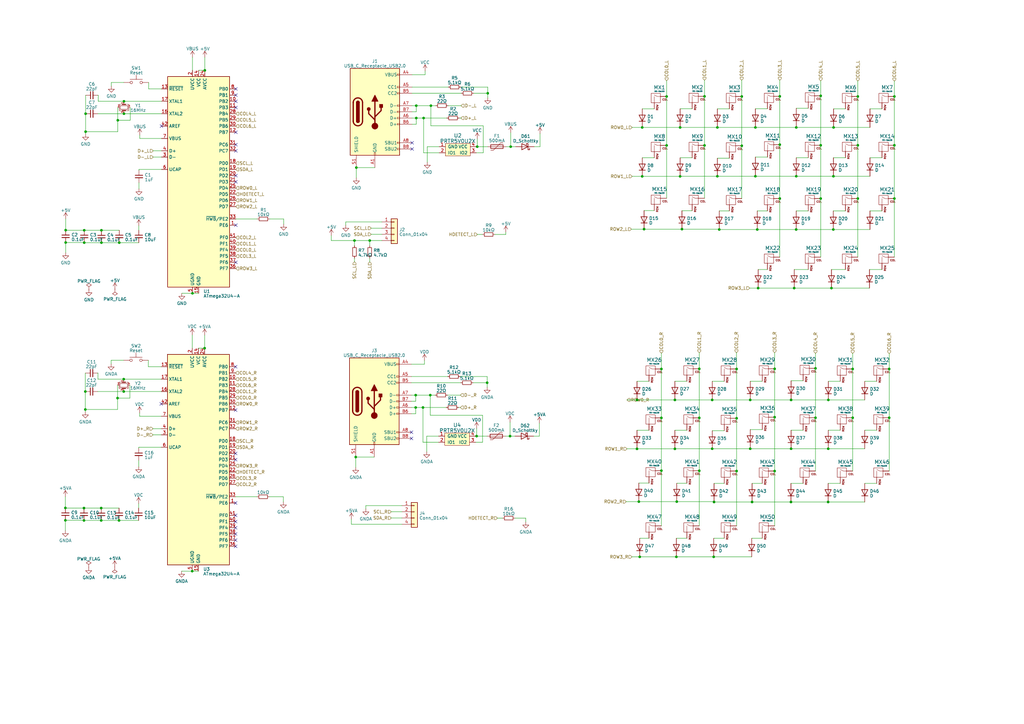
<source format=kicad_sch>
(kicad_sch (version 20230121) (generator eeschema)
  (paper "A3")
  (junction (at 41.6052 99.5172))
  (junction (at 271.272 193.04))
  (junction (at 41.5036 208.3816))
  (junction (at 336.6008 59.5884))
  (junction (at 292.1 184.0484))
  (junction (at 146.1516 68.7324))
  (junction (at 41.6052 94.4372))
  (junction (at 304.2412 39.5732))
  (junction (at 35.1028 46.6344))
  (junction (at 366.8268 39.5732))
  (junction (at 271.272 151.3332))
  (junction (at 364.6932 151.3332))
  (junction (at 34.544 94.4372))
  (junction (at 78.9432 120.2944))
  (junction (at 336.6008 81.4324))
  (junction (at 195.7324 60.1472))
  (junction (at 366.8268 81.4324))
  (junction (at 317.7032 151.2824))
  (junction (at 195.4784 178.8668))
  (junction (at 278.9428 72.3392))
  (junction (at 78.8416 234.2388))
  (junction (at 339.6996 184.0484))
  (junction (at 263.398 52.2732))
  (junction (at 277.4188 228.3968))
  (junction (at 304.2412 59.7916))
  (junction (at 145.3896 98.6536))
  (junction (at 35.1028 54.0004))
  (junction (at 302.1076 151.3332))
  (junction (at 278.9428 52.2732))
  (junction (at 341.8332 72.2884))
  (junction (at 262.382 228.3968))
  (junction (at 170.4848 162.052))
  (junction (at 48.8188 213.4616))
  (junction (at 34.544 99.5172))
  (junction (at 199.7964 156.972))
  (junction (at 292.1 164.0332))
  (junction (at 341.0204 118.1608))
  (junction (at 351.8408 81.4324))
  (junction (at 366.8268 59.5884))
  (junction (at 26.8224 208.3308))
  (junction (at 26.8224 213.4108))
  (junction (at 294.2336 72.2884))
  (junction (at 334.4672 151.0792))
  (junction (at 263.398 72.3392))
  (junction (at 273.4056 39.5732))
  (junction (at 170.7388 48.4124))
  (junction (at 48.3108 49.3268))
  (junction (at 310.5912 94.1324))
  (junction (at 334.4672 171.3484))
  (junction (at 176.4792 162.052))
  (junction (at 170.7388 43.3324))
  (junction (at 288.9504 59.6392))
  (junction (at 319.8368 59.3344))
  (junction (at 317.7032 193.1924))
  (junction (at 145.8976 187.452))
  (junction (at 264.16 93.98))
  (junction (at 336.6008 39.3192))
  (junction (at 273.4056 59.6392))
  (junction (at 307.6956 164.0332))
  (junction (at 326.5932 52.2732))
  (junction (at 308.4576 205.8924))
  (junction (at 173.736 48.4124))
  (junction (at 325.7296 118.1608))
  (junction (at 292.862 205.8924))
  (junction (at 286.8168 151.2824))
  (junction (at 341.7824 94.1324))
  (junction (at 286.8168 171.3992))
  (junction (at 319.8368 39.5224))
  (junction (at 288.9504 39.5224))
  (junction (at 351.8408 59.5884))
  (junction (at 48.2092 163.2712))
  (junction (at 319.8368 81.4324))
  (junction (at 351.8408 39.5732))
  (junction (at 48.9204 99.5172))
  (junction (at 176.7332 43.3324))
  (junction (at 294.2336 52.2732))
  (junction (at 83.9216 142.7988))
  (junction (at 50.8508 46.6344))
  (junction (at 324.4088 205.8924))
  (junction (at 317.7032 171.0944))
  (junction (at 34.4424 208.3816))
  (junction (at 261.2644 164.0332))
  (junction (at 26.924 99.4664))
  (junction (at 276.8092 164.0332))
  (junction (at 324.4596 184.0484))
  (junction (at 50.7492 155.4988))
  (junction (at 349.7072 171.3484))
  (junction (at 309.8292 52.2732))
  (junction (at 302.1076 171.5516))
  (junction (at 279.7048 93.98))
  (junction (at 309.8292 72.2884))
  (junction (at 50.7492 160.5788))
  (junction (at 209.4484 60.1472))
  (junction (at 302.1076 193.1924))
  (junction (at 292.7096 228.3968))
  (junction (at 50.8508 41.5544))
  (junction (at 277.5712 205.74))
  (junction (at 34.4424 213.4616))
  (junction (at 151.638 98.6536))
  (junction (at 84.0232 28.8544))
  (junction (at 310.9468 118.1608))
  (junction (at 200.0504 38.2524))
  (junction (at 276.8092 184.0992))
  (junction (at 41.5036 213.4616))
  (junction (at 339.6488 205.8924))
  (junction (at 35.0012 160.5788))
  (junction (at 326.5932 72.2884))
  (junction (at 261.2644 184.0992))
  (junction (at 339.7504 164.0332))
  (junction (at 341.884 52.2732))
  (junction (at 262.0264 205.74))
  (junction (at 294.9956 94.1324))
  (junction (at 209.1944 178.8668))
  (junction (at 364.6932 171.3484))
  (junction (at 35.0012 167.9448))
  (junction (at 326.5424 94.1324))
  (junction (at 26.924 94.3864))
  (junction (at 349.7072 151.3332))
  (junction (at 286.8168 193.0908))
  (junction (at 173.482 167.132))
  (junction (at 170.4848 167.132))
  (junction (at 307.6956 184.0484))
  (junction (at 324.4596 164.0332))
  (junction (at 271.272 171.3992))
  (no_connect (at 168.7576 179.832))
  (no_connect (at 169.0116 61.1124))
  (no_connect (at 96.6216 211.3788))
  (no_connect (at 66.2432 51.7144))
  (no_connect (at 96.7232 92.3544))
  (no_connect (at 96.6216 206.2988))
  (no_connect (at 96.6216 185.9788))
  (no_connect (at 96.7232 39.0144))
  (no_connect (at 96.7232 59.3344))
  (no_connect (at 96.7232 61.8744))
  (no_connect (at 96.7232 107.5944))
  (no_connect (at 168.7576 177.292))
  (no_connect (at 169.0116 58.5724))
  (no_connect (at 96.7232 44.0944))
  (no_connect (at 96.6216 213.9188))
  (no_connect (at 66.1416 165.6588))
  (no_connect (at 96.6216 224.0788))
  (no_connect (at 96.6216 188.5188))
  (no_connect (at 96.6216 168.1988))
  (no_connect (at 96.7232 54.2544))
  (no_connect (at 96.7232 41.5544))
  (no_connect (at 96.6216 150.4188))
  (no_connect (at 96.6216 216.4588))
  (no_connect (at 96.6216 218.9988))
  (no_connect (at 96.6216 221.5388))
  (no_connect (at 96.7232 36.4744))
  (no_connect (at 96.7232 74.5744))
  (no_connect (at 96.7232 72.0344))
  (wire (pts (xy 283.8704 86.4108) (xy 279.7048 86.4108)))
  (wire (pts (xy 307.6956 184.0484) (xy 324.4596 184.0484)))
  (wire (pts (xy 35.1028 54.0004) (xy 48.3108 54.0004)))
  (wire (pts (xy 341.0204 118.1608) (xy 356.616 118.1608)))
  (wire (pts (xy 310.9468 118.1608) (xy 325.7296 118.1608)))
  (wire (pts (xy 309.8292 52.2224) (xy 309.8292 52.2732)))
  (wire (pts (xy 50.8508 46.6344) (xy 40.1828 46.6344)))
  (wire (pts (xy 341.8332 72.2884) (xy 356.8192 72.2884)))
  (wire (pts (xy 50.8508 41.5544) (xy 66.2432 41.5544)))
  (wire (pts (xy 278.9428 52.2732) (xy 263.398 52.2732)))
  (wire (pts (xy 339.6996 184.0484) (xy 354.6856 184.0484)))
  (wire (pts (xy 48.9204 99.5172) (xy 56.9468 99.5172)))
  (wire (pts (xy 314.7568 44.6024) (xy 309.8292 44.6024)))
  (wire (pts (xy 273.4056 33.1216) (xy 273.4056 39.5732)))
  (wire (pts (xy 312.674 176.1744) (xy 307.6956 176.1744)))
  (wire (pts (xy 297.0276 176.6316) (xy 292.1 176.6316)))
  (wire (pts (xy 204.0128 212.4964) (xy 206.0956 212.4964)))
  (wire (pts (xy 307.6956 183.7944) (xy 307.6956 184.0484)))
  (wire (pts (xy 48.3108 49.3268) (xy 48.3108 54.0004)))
  (wire (pts (xy 286.8168 193.0908) (xy 286.8168 215.6968)))
  (wire (pts (xy 41.5036 213.5124) (xy 41.5036 213.4616)))
  (wire (pts (xy 262.382 228.3968) (xy 277.4188 228.3968)))
  (wire (pts (xy 299.1612 44.6532) (xy 294.2336 44.6532)))
  (wire (pts (xy 286.8168 171.3992) (xy 286.8168 193.0908)))
  (wire (pts (xy 170.4848 162.052) (xy 170.4848 164.592)))
  (wire (pts (xy 325.7296 118.1608) (xy 341.0204 118.1608)))
  (wire (pts (xy 200.0504 35.7124) (xy 200.0504 38.2524)))
  (wire (pts (xy 170.4848 162.052) (xy 176.4792 162.052)))
  (wire (pts (xy 168.7576 162.052) (xy 170.4848 162.052)))
  (wire (pts (xy 169.0116 30.6324) (xy 174.3456 30.6324)))
  (wire (pts (xy 309.8292 72.2884) (xy 326.5932 72.2884)))
  (wire (pts (xy 151.638 98.6536) (xy 151.638 100.7872)))
  (wire (pts (xy 266.192 220.7768) (xy 262.382 220.7768)))
  (wire (pts (xy 277.5712 205.74) (xy 292.862 205.74)))
  (wire (pts (xy 41.6052 99.5172) (xy 48.9204 99.5172)))
  (wire (pts (xy 354.6856 164.0332) (xy 339.7504 164.0332)))
  (wire (pts (xy 50.7492 160.5788) (xy 40.0812 160.5788)))
  (wire (pts (xy 356.8192 52.2732) (xy 341.884 52.2732)))
  (wire (pts (xy 78.8416 234.2388) (xy 81.3816 234.2388)))
  (wire (pts (xy 195.7832 96.1644) (xy 197.866 96.1644)))
  (wire (pts (xy 257.1496 164.0332) (xy 261.2644 164.0332)))
  (wire (pts (xy 53.2892 158.0388) (xy 53.2892 163.2712)))
  (wire (pts (xy 364.6932 151.3332) (xy 364.6932 171.3484)))
  (wire (pts (xy 78.9432 28.8544) (xy 78.9432 23.4696)))
  (wire (pts (xy 266.192 176.4792) (xy 261.2644 176.4792)))
  (wire (pts (xy 110.5916 89.8144) (xy 116.332 89.8144)))
  (wire (pts (xy 271.272 144.8816) (xy 271.272 151.3332)))
  (wire (pts (xy 329.3872 198.2724) (xy 324.4088 198.2724)))
  (wire (pts (xy 319.8368 81.4324) (xy 319.8368 105.4608)))
  (wire (pts (xy 198.1708 62.6872) (xy 198.1708 51.6128)))
  (wire (pts (xy 145.8976 187.452) (xy 145.8976 191.6684)))
  (wire (pts (xy 262.0264 205.74) (xy 277.5712 205.74)))
  (wire (pts (xy 170.7388 43.3324) (xy 176.7332 43.3324)))
  (wire (pts (xy 324.4596 184.0484) (xy 339.6996 184.0484)))
  (wire (pts (xy 168.7576 156.972) (xy 188.9252 156.972)))
  (wire (pts (xy 26.924 89.7636) (xy 26.924 94.3864)))
  (wire (pts (xy 41.5036 208.3816) (xy 48.8188 208.3816)))
  (wire (pts (xy 278.9428 52.2224) (xy 278.9428 52.2732)))
  (wire (pts (xy 26.8224 203.708) (xy 26.8224 208.3308)))
  (wire (pts (xy 341.7824 94.1324) (xy 356.8192 94.1324)))
  (wire (pts (xy 334.4672 151.0792) (xy 334.4672 171.3484)))
  (wire (pts (xy 195.3768 62.6872) (xy 198.1708 62.6872)))
  (wire (pts (xy 35.0012 167.9448) (xy 48.2092 167.9448)))
  (wire (pts (xy 45.6692 35.306) (xy 45.6692 33.8328)))
  (wire (pts (xy 366.8268 39.5732) (xy 366.8268 33.274)))
  (wire (pts (xy 60.8584 147.7772) (xy 60.8584 150.4188)))
  (wire (pts (xy 169.0116 48.4124) (xy 170.7388 48.4124)))
  (wire (pts (xy 261.2644 184.0992) (xy 276.8092 184.0992)))
  (wire (pts (xy 56.8452 206.5528) (xy 56.8452 208.3816)))
  (wire (pts (xy 170.4848 167.132) (xy 170.4848 169.672)))
  (wire (pts (xy 35.1028 54.0004) (xy 35.1028 54.9656)))
  (wire (pts (xy 81.3816 142.7988) (xy 83.9216 142.7988)))
  (wire (pts (xy 175.006 178.8668) (xy 175.006 185.2168)))
  (wire (pts (xy 324.4596 163.7792) (xy 324.4596 164.0332)))
  (wire (pts (xy 141.8336 91.0336) (xy 141.8336 92.3544)))
  (wire (pts (xy 302.0568 144.6784) (xy 302.0568 144.7292)))
  (wire (pts (xy 288.9504 59.6392) (xy 288.9504 81.3308)))
  (wire (pts (xy 66.2432 69.4944) (xy 56.9976 69.4944)))
  (wire (pts (xy 302.1076 171.5516) (xy 302.1076 193.1924)))
  (wire (pts (xy 277.5712 205.7908) (xy 277.5712 205.74)))
  (wire (pts (xy 160.4772 209.9056) (xy 164.846 209.9056)))
  (wire (pts (xy 156.6164 91.0336) (xy 141.8336 91.0336)))
  (wire (pts (xy 78.9432 120.2944) (xy 74.5744 120.2944)))
  (wire (pts (xy 41.6052 94.4372) (xy 48.9204 94.4372)))
  (wire (pts (xy 221.488 60.1472) (xy 221.488 54.8132)))
  (wire (pts (xy 326.5424 94.1324) (xy 341.7824 94.1324)))
  (wire (pts (xy 209.4484 54.4068) (xy 209.4484 60.1472)))
  (wire (pts (xy 319.8368 39.5224) (xy 319.8368 32.9184)))
  (wire (pts (xy 209.4484 60.1472) (xy 211.4804 60.1472)))
  (wire (pts (xy 266.192 156.4132) (xy 261.2644 156.4132)))
  (wire (pts (xy 351.8408 59.5884) (xy 351.8408 81.4324)))
  (wire (pts (xy 292.1 164.0332) (xy 276.8092 164.0332)))
  (wire (pts (xy 180.1368 60.1472) (xy 175.26 60.1472)))
  (wire (pts (xy 48.3108 44.0944) (xy 48.3108 49.3268)))
  (wire (pts (xy 273.4056 39.5732) (xy 273.4056 59.6392)))
  (wire (pts (xy 286.8168 151.2824) (xy 286.8168 144.6784)))
  (wire (pts (xy 135.89 96.6216) (xy 135.89 98.6536)))
  (wire (pts (xy 361.7468 44.6532) (xy 356.8192 44.6532)))
  (wire (pts (xy 66.1416 170.7388) (xy 57.2516 170.7388)))
  (wire (pts (xy 344.6272 176.4284) (xy 339.6996 176.4284)))
  (wire (pts (xy 173.736 48.4124) (xy 183.2864 48.4124)))
  (wire (pts (xy 169.0116 35.7124) (xy 183.896 35.7124)))
  (wire (pts (xy 40.1828 153.0096) (xy 40.0812 153.0096)))
  (wire (pts (xy 26.8224 213.4108) (xy 26.8224 217.5764)))
  (wire (pts (xy 207.3656 178.8668) (xy 209.1944 178.8668)))
  (wire (pts (xy 48.2092 158.0388) (xy 48.2092 163.2712)))
  (wire (pts (xy 188.722 154.432) (xy 199.7964 154.432)))
  (wire (pts (xy 276.8092 156.3624) (xy 281.7368 156.3624)))
  (wire (pts (xy 57.3532 56.7944) (xy 57.3532 55.4228)))
  (wire (pts (xy 359.6132 156.4132) (xy 354.6856 156.4132)))
  (wire (pts (xy 170.7388 43.3324) (xy 170.7388 45.8724)))
  (wire (pts (xy 336.6008 39.3192) (xy 336.6008 33.1724)))
  (wire (pts (xy 195.7324 56.9976) (xy 195.7324 60.1472)))
  (wire (pts (xy 294.9956 94.1324) (xy 310.5912 94.1324)))
  (wire (pts (xy 197.9168 170.3324) (xy 176.4792 170.3324)))
  (wire (pts (xy 302.1076 151.3332) (xy 302.0568 144.7292)))
  (wire (pts (xy 170.7388 48.4124) (xy 173.736 48.4124)))
  (wire (pts (xy 219.1004 60.1472) (xy 221.488 60.1472)))
  (wire (pts (xy 35.0012 167.9448) (xy 35.0012 168.91)))
  (wire (pts (xy 256.8448 205.74) (xy 262.0264 205.74)))
  (wire (pts (xy 278.9428 72.3392) (xy 278.9428 72.2884)))
  (wire (pts (xy 317.7032 151.2824) (xy 317.7032 171.0944)))
  (wire (pts (xy 56.896 188.8744) (xy 56.896 191.3636)))
  (wire (pts (xy 146.1516 68.7324) (xy 146.1516 72.9488)))
  (wire (pts (xy 26.8224 213.4108) (xy 34.4424 213.4108)))
  (wire (pts (xy 145.3896 105.8672) (xy 145.3896 107.3404)))
  (wire (pts (xy 324.4088 205.8924) (xy 339.6488 205.8924)))
  (wire (pts (xy 297.0276 198.2724) (xy 292.862 198.2724)))
  (wire (pts (xy 326.5932 52.0192) (xy 326.5932 52.2732)))
  (wire (pts (xy 96.7232 89.8144) (xy 105.5116 89.8144)))
  (wire (pts (xy 26.924 99.4664) (xy 26.924 103.632)))
  (wire (pts (xy 292.7096 220.7768) (xy 297.0276 220.7768)))
  (wire (pts (xy 40.2844 41.5544) (xy 50.8508 41.5544)))
  (wire (pts (xy 34.544 99.4664) (xy 34.544 99.5172)))
  (wire (pts (xy 56.9468 92.6084) (xy 56.9468 94.4372)))
  (wire (pts (xy 215.646 214.0712) (xy 215.646 212.4964)))
  (wire (pts (xy 169.0116 50.9524) (xy 170.7388 50.9524)))
  (wire (pts (xy 209.1944 173.1264) (xy 209.1944 178.8668)))
  (wire (pts (xy 50.8508 46.6344) (xy 66.2432 46.6344)))
  (wire (pts (xy 194.2592 38.2524) (xy 200.0504 38.2524)))
  (wire (pts (xy 366.8268 59.5884) (xy 366.8268 81.4324)))
  (wire (pts (xy 331.5208 44.3992) (xy 326.5932 44.3992)))
  (wire (pts (xy 314.7568 86.5124) (xy 310.5912 86.5124)))
  (wire (pts (xy 173.736 62.6872) (xy 173.736 48.4124)))
  (wire (pts (xy 304.2412 59.7916) (xy 304.2412 81.4324)))
  (wire (pts (xy 259.2832 72.3392) (xy 263.398 72.3392)))
  (wire (pts (xy 40.2844 39.0652) (xy 40.2844 41.5544)))
  (wire (pts (xy 34.544 99.5172) (xy 41.6052 99.5172)))
  (wire (pts (xy 349.7072 151.3332) (xy 349.7072 144.9832)))
  (wire (pts (xy 62.738 175.8188) (xy 66.1416 175.8188)))
  (wire (pts (xy 50.7492 160.5788) (xy 66.1416 160.5788)))
  (wire (pts (xy 198.1708 51.6128) (xy 176.7332 51.6128)))
  (wire (pts (xy 26.924 94.3864) (xy 26.924 94.4372)))
  (wire (pts (xy 176.4792 170.3324) (xy 176.4792 162.052)))
  (wire (pts (xy 168.7576 154.432) (xy 183.642 154.432)))
  (wire (pts (xy 45.5676 149.2504) (xy 45.5676 147.7772)))
  (wire (pts (xy 195.4784 178.8668) (xy 199.7456 178.8668)))
  (wire (pts (xy 144.1196 212.9536) (xy 144.1196 214.9856)))
  (wire (pts (xy 179.8828 178.8668) (xy 175.006 178.8668)))
  (wire (pts (xy 35.1028 46.6344) (xy 35.1028 54.0004)))
  (wire (pts (xy 34.4424 208.3816) (xy 41.5036 208.3816)))
  (wire (pts (xy 329.3872 156.1592) (xy 324.4596 156.1592)))
  (wire (pts (xy 288.9504 39.5224) (xy 288.9504 32.9184)))
  (wire (pts (xy 26.8224 208.3816) (xy 34.4424 208.3816)))
  (wire (pts (xy 110.49 203.7588) (xy 116.2304 203.7588)))
  (wire (pts (xy 331.5208 64.6684) (xy 326.5932 64.6684)))
  (wire (pts (xy 351.8408 39.5732) (xy 351.8408 59.5884)))
  (wire (pts (xy 304.2412 39.5732) (xy 304.1904 32.9692)))
  (wire (pts (xy 283.8704 64.7192) (xy 278.9428 64.7192)))
  (wire (pts (xy 361.7468 110.5408) (xy 356.616 110.5408)))
  (wire (pts (xy 292.7096 228.3968) (xy 308.3052 228.3968)))
  (wire (pts (xy 170.7388 48.4124) (xy 170.7388 50.9524)))
  (wire (pts (xy 366.8268 39.5732) (xy 366.8268 59.5884)))
  (wire (pts (xy 169.0116 38.2524) (xy 189.1792 38.2524)))
  (wire (pts (xy 259.1816 228.3968) (xy 262.382 228.3968)))
  (wire (pts (xy 146.1516 68.7324) (xy 153.7716 68.7324)))
  (wire (pts (xy 364.6932 151.3332) (xy 364.6932 145.034)))
  (wire (pts (xy 292.862 205.74) (xy 292.862 205.8924)))
  (wire (pts (xy 199.7964 154.432) (xy 199.7964 156.972)))
  (wire (pts (xy 276.8092 163.9824) (xy 276.8092 164.0332)))
  (wire (pts (xy 78.8416 142.7988) (xy 78.8416 137.414)))
  (wire (pts (xy 60.96 33.8328) (xy 60.96 36.4744)))
  (wire (pts (xy 169.0116 45.8724) (xy 170.7388 45.8724)))
  (wire (pts (xy 168.7576 169.672) (xy 170.4848 169.672)))
  (wire (pts (xy 78.8416 234.2388) (xy 74.4728 234.2388)))
  (wire (pts (xy 53.3908 44.0944) (xy 53.3908 49.3268)))
  (wire (pts (xy 314.8076 64.4144) (xy 309.8292 64.4144)))
  (wire (pts (xy 150.0632 207.3656) (xy 150.0632 208.6864)))
  (wire (pts (xy 312.6232 156.3624) (xy 307.6956 156.3624)))
  (wire (pts (xy 35.1028 39.0652) (xy 35.1028 46.6344)))
  (wire (pts (xy 317.7032 193.1924) (xy 317.7032 215.6968)))
  (wire (pts (xy 304.1904 32.9184) (xy 304.1904 32.9692)))
  (wire (pts (xy 207.6196 60.1472) (xy 209.4484 60.1472)))
  (wire (pts (xy 339.7504 164.0332) (xy 324.4596 164.0332)))
  (wire (pts (xy 336.6008 59.5884) (xy 336.6008 81.4324)))
  (wire (pts (xy 307.4924 118.1608) (xy 310.9468 118.1608)))
  (wire (pts (xy 34.4424 213.4108) (xy 34.4424 213.4616)))
  (wire (pts (xy 66.1416 183.4388) (xy 56.896 183.4388)))
  (wire (pts (xy 278.9428 72.2884) (xy 294.2336 72.2884)))
  (wire (pts (xy 264.16 93.98) (xy 279.7048 93.98)))
  (wire (pts (xy 195.1228 178.8668) (xy 195.4784 178.8668)))
  (wire (pts (xy 304.2412 59.7916) (xy 304.2412 39.5732)))
  (wire (pts (xy 339.6488 205.8924) (xy 354.6856 205.8924)))
  (wire (pts (xy 96.6216 203.7588) (xy 105.41 203.7588)))
  (wire (pts (xy 307.6956 163.9824) (xy 307.6956 164.0332)))
  (wire (pts (xy 35.0012 160.5788) (xy 35.0012 167.9448)))
  (wire (pts (xy 168.7576 167.132) (xy 170.4848 167.132)))
  (wire (pts (xy 62.8396 61.8744) (xy 66.2432 61.8744)))
  (wire (pts (xy 346.7608 110.5408) (xy 341.0204 110.5408)))
  (wire (pts (xy 292.862 205.8924) (xy 308.4576 205.8924)))
  (wire (pts (xy 45.6692 33.8328) (xy 50.8 33.8328)))
  (wire (pts (xy 41.5036 213.4616) (xy 48.8188 213.4616)))
  (wire (pts (xy 317.7032 171.0944) (xy 317.7032 193.1924)))
  (wire (pts (xy 145.3896 98.6536) (xy 145.3896 100.7872)))
  (wire (pts (xy 152.2476 96.1136) (xy 156.6164 96.1136)))
  (wire (pts (xy 271.272 151.3332) (xy 271.272 171.3992)))
  (wire (pts (xy 292.1 164.0332) (xy 307.6956 164.0332)))
  (wire (pts (xy 60.8584 150.4188) (xy 66.1416 150.4188)))
  (wire (pts (xy 56.9976 69.4944) (xy 56.9976 69.85)))
  (wire (pts (xy 40.2844 39.0652) (xy 40.1828 39.0652)))
  (wire (pts (xy 292.1 184.0484) (xy 292.1 184.2516)))
  (wire (pts (xy 309.8292 72.0344) (xy 309.8292 72.2884)))
  (wire (pts (xy 174.0916 147.828) (xy 174.0916 149.352)))
  (wire (pts (xy 286.8168 151.2824) (xy 286.8168 171.3992)))
  (wire (pts (xy 57.2516 170.7388) (xy 57.2516 169.3672)))
  (wire (pts (xy 45.5676 147.7772) (xy 50.6984 147.7772)))
  (wire (pts (xy 168.7576 149.352) (xy 174.0916 149.352)))
  (wire (pts (xy 221.234 178.8668) (xy 221.234 173.5328)))
  (wire (pts (xy 294.2336 72.2884) (xy 309.8292 72.2884)))
  (wire (pts (xy 312.6232 220.7768) (xy 308.3052 220.7768)))
  (wire (pts (xy 319.8368 59.3344) (xy 319.8368 81.4324)))
  (wire (pts (xy 164.846 207.3656) (xy 150.0632 207.3656)))
  (wire (pts (xy 344.6272 198.2724) (xy 339.6488 198.2724)))
  (wire (pts (xy 189.0268 48.4124) (xy 189.0776 48.3616)))
  (wire (pts (xy 349.7072 171.3484) (xy 349.7072 193.1924)))
  (wire (pts (xy 62.738 178.3588) (xy 66.1416 178.3588)))
  (wire (pts (xy 176.7332 51.6128) (xy 176.7332 43.3324)))
  (wire (pts (xy 331.5208 86.5124) (xy 326.5424 86.5124)))
  (wire (pts (xy 351.8408 39.5732) (xy 351.8408 33.2232)))
  (wire (pts (xy 195.3768 60.1472) (xy 195.7324 60.1472)))
  (wire (pts (xy 319.8876 59.3344) (xy 319.8368 59.3344)))
  (wire (pts (xy 312.6232 198.2724) (xy 308.4576 198.2724)))
  (wire (pts (xy 319.8368 39.5224) (xy 319.8368 59.3344)))
  (wire (pts (xy 83.9216 142.7988) (xy 83.9216 137.4648)))
  (wire (pts (xy 359.6132 198.2724) (xy 354.6856 198.2724)))
  (wire (pts (xy 273.4056 59.6392) (xy 273.4056 81.28)))
  (wire (pts (xy 294.9956 93.98) (xy 294.9956 94.1324)))
  (wire (pts (xy 317.754 171.0944) (xy 317.7032 171.0944)))
  (wire (pts (xy 48.3108 49.3268) (xy 53.3908 49.3268)))
  (wire (pts (xy 336.6008 39.3192) (xy 336.6008 59.5884)))
  (wire (pts (xy 144.1196 214.9856) (xy 164.846 214.9856)))
  (wire (pts (xy 60.96 36.4744) (xy 66.2432 36.4744)))
  (wire (pts (xy 145.3896 98.6536) (xy 135.89 98.6536)))
  (wire (pts (xy 41.6052 94.488) (xy 41.6052 94.4372)))
  (wire (pts (xy 179.8828 181.4068) (xy 173.482 181.4068)))
  (wire (pts (xy 361.7468 86.5124) (xy 356.8192 86.5124)))
  (wire (pts (xy 218.8464 178.8668) (xy 221.234 178.8668)))
  (wire (pts (xy 299.1612 64.8716) (xy 294.2336 64.8716)))
  (wire (pts (xy 276.8092 184.0992) (xy 276.8092 184.0484)))
  (wire (pts (xy 188.3664 48.4124) (xy 189.0268 48.4124)))
  (wire (pts (xy 281.7368 220.7768) (xy 277.4188 220.7768)))
  (wire (pts (xy 349.7072 151.3332) (xy 349.7072 171.3484)))
  (wire (pts (xy 195.7324 60.1472) (xy 199.9996 60.1472)))
  (wire (pts (xy 207.4672 95.25) (xy 207.4672 96.1644)))
  (wire (pts (xy 258.9784 93.98) (xy 264.16 93.98)))
  (wire (pts (xy 173.482 181.4068) (xy 173.482 167.132)))
  (wire (pts (xy 294.2336 52.2732) (xy 278.9428 52.2732)))
  (wire (pts (xy 351.8408 81.4324) (xy 351.8408 105.4608)))
  (wire (pts (xy 188.1124 167.132) (xy 188.8236 167.132)))
  (wire (pts (xy 151.638 98.6536) (xy 145.3896 98.6536)))
  (wire (pts (xy 331.5208 110.5408) (xy 325.7296 110.5408)))
  (wire (pts (xy 268.3256 86.36) (xy 264.16 86.36)))
  (wire (pts (xy 302.1076 171.5516) (xy 302.1076 151.3332)))
  (wire (pts (xy 292.1 184.0484) (xy 307.6956 184.0484)))
  (wire (pts (xy 116.332 89.8144) (xy 116.332 91.8972)))
  (wire (pts (xy 202.946 96.1644) (xy 207.4672 96.1644)))
  (wire (pts (xy 48.8188 213.4616) (xy 56.8452 213.4616)))
  (wire (pts (xy 279.7048 94.0308) (xy 279.7048 93.98)))
  (wire (pts (xy 176.7332 43.3324) (xy 178.7144 43.3324)))
  (wire (pts (xy 56.896 183.4388) (xy 56.896 183.7944)))
  (wire (pts (xy 170.4848 167.132) (xy 173.482 167.132)))
  (wire (pts (xy 359.6132 176.4284) (xy 354.6856 176.4284)))
  (wire (pts (xy 334.4672 151.0792) (xy 334.4672 144.9324)))
  (wire (pts (xy 278.9428 44.6024) (xy 283.8704 44.6024)))
  (wire (pts (xy 346.7608 64.6684) (xy 341.8332 64.6684)))
  (wire (pts (xy 151.638 105.8672) (xy 151.638 107.3912)))
  (wire (pts (xy 197.9168 181.4068) (xy 197.9168 170.3324)))
  (wire (pts (xy 361.7468 64.6684) (xy 356.8192 64.6684)))
  (wire (pts (xy 62.8396 64.4144) (xy 66.2432 64.4144)))
  (wire (pts (xy 271.272 193.04) (xy 271.272 215.6968)))
  (wire (pts (xy 263.398 72.3392) (xy 278.9428 72.3392)))
  (wire (pts (xy 366.8268 81.4324) (xy 366.8268 105.4608)))
  (wire (pts (xy 84.0232 28.8544) (xy 84.0232 23.5204)))
  (wire (pts (xy 66.2432 56.7944) (xy 57.3532 56.7944)))
  (wire (pts (xy 188.976 35.7124) (xy 200.0504 35.7124)))
  (wire (pts (xy 116.2304 203.7588) (xy 116.2304 205.8416)))
  (wire (pts (xy 281.7368 176.4792) (xy 276.8092 176.4792)))
  (wire (pts (xy 81.4832 28.8544) (xy 84.0232 28.8544)))
  (wire (pts (xy 194.0052 156.972) (xy 199.7964 156.972)))
  (wire (pts (xy 276.8092 184.0484) (xy 292.1 184.0484)))
  (wire (pts (xy 50.7492 155.4988) (xy 66.1416 155.4988)))
  (wire (pts (xy 266.192 198.12) (xy 262.0264 198.12)))
  (wire (pts (xy 199.7964 156.972) (xy 199.7964 158.8008)))
  (wire (pts (xy 35.0012 153.0096) (xy 35.0012 160.5788)))
  (wire (pts (xy 176.4792 162.052) (xy 178.4604 162.052)))
  (wire (pts (xy 294.2336 52.2732) (xy 309.8292 52.2732)))
  (wire (pts (xy 56.9976 74.93) (xy 56.9976 77.4192)))
  (wire (pts (xy 160.4772 212.4456) (xy 164.846 212.4456)))
  (wire (pts (xy 317.7032 151.2824) (xy 317.7032 144.6784)))
  (wire (pts (xy 40.1828 153.0096) (xy 40.1828 155.4988)))
  (wire (pts (xy 299.1612 86.5124) (xy 294.9956 86.5124)))
  (wire (pts (xy 26.924 94.4372) (xy 34.544 94.4372)))
  (wire (pts (xy 346.7608 86.5124) (xy 341.7824 86.5124)))
  (wire (pts (xy 339.7504 156.4132) (xy 344.6272 156.4132)))
  (wire (pts (xy 302.1076 193.1924) (xy 302.1076 215.6968)))
  (wire (pts (xy 268.3256 64.7192) (xy 263.398 64.7192)))
  (wire (pts (xy 326.5932 72.2884) (xy 341.8332 72.2884)))
  (wire (pts (xy 288.9504 39.5224) (xy 288.9504 59.6392)))
  (wire (pts (xy 26.924 99.4664) (xy 34.544 99.4664)))
  (wire (pts (xy 145.8976 187.452) (xy 153.5176 187.452)))
  (wire (pts (xy 40.1828 155.4988) (xy 50.7492 155.4988)))
  (wire (pts (xy 268.3256 44.6532) (xy 263.398 44.6532)))
  (wire (pts (xy 26.8224 208.3308) (xy 26.8224 208.3816)))
  (wire (pts (xy 195.1228 181.4068) (xy 197.9168 181.4068)))
  (wire (pts (xy 41.6052 99.568) (xy 41.6052 99.5172)))
  (wire (pts (xy 215.646 212.4964) (xy 211.1756 212.4964)))
  (wire (pts (xy 183.7944 43.3324) (xy 189.0776 43.3324)))
  (wire (pts (xy 276.8092 164.0332) (xy 261.2644 164.0332)))
  (wire (pts (xy 257.1496 184.0992) (xy 261.2644 184.0992)))
  (wire (pts (xy 341.884 52.2732) (xy 326.5932 52.2732)))
  (wire (pts (xy 297.0276 156.4132) (xy 292.1 156.4132)))
  (wire (pts (xy 294.2336 72.2884) (xy 294.2336 72.4916)))
  (wire (pts (xy 271.272 171.3992) (xy 271.272 193.04)))
  (wire (pts (xy 329.3872 176.4284) (xy 324.4596 176.4284)))
  (wire (pts (xy 336.6008 81.4324) (xy 336.6008 105.4608)))
  (wire (pts (xy 175.26 60.1472) (xy 175.26 66.4972)))
  (wire (pts (xy 341.884 44.6532) (xy 346.7608 44.6532)))
  (wire (pts (xy 180.1368 62.6872) (xy 173.736 62.6872)))
  (wire (pts (xy 173.482 167.132) (xy 183.0324 167.132)))
  (wire (pts (xy 152.2476 93.5736) (xy 156.6164 93.5736)))
  (wire (pts (xy 195.4784 175.7172) (xy 195.4784 178.8668)))
  (wire (pts (xy 200.0504 38.2524) (xy 200.0504 40.0812)))
  (wire (pts (xy 34.4424 213.4616) (xy 41.5036 213.4616)))
  (wire (pts (xy 334.4672 171.3484) (xy 334.4672 193.1924)))
  (wire (pts (xy 307.6956 164.0332) (xy 324.4596 164.0332)))
  (wire (pts (xy 308.4576 205.8924) (xy 324.4088 205.8924)))
  (wire (pts (xy 156.6164 98.6536) (xy 151.638 98.6536)))
  (wire (pts (xy 279.7048 93.98) (xy 294.9956 93.98)))
  (wire (pts (xy 48.2092 163.2712) (xy 53.2892 163.2712)))
  (wire (pts (xy 168.7576 164.592) (xy 170.4848 164.592)))
  (wire (pts (xy 314.7568 110.5408) (xy 310.9468 110.5408)))
  (wire (pts (xy 183.5404 162.052) (xy 188.8236 162.052)))
  (wire (pts (xy 209.1944 178.8668) (xy 211.2264 178.8668)))
  (wire (pts (xy 48.2092 163.2712) (xy 48.2092 167.9448)))
  (wire (pts (xy 34.544 94.4372) (xy 41.6052 94.4372)))
  (wire (pts (xy 174.3456 29.1084) (xy 174.3456 30.6324)))
  (wire (pts (xy 41.5036 208.4324) (xy 41.5036 208.3816)))
  (wire (pts (xy 310.5912 94.1324) (xy 326.5424 94.1324)))
  (wire (pts (xy 309.8292 52.2732) (xy 326.5932 52.2732)))
  (wire (pts (xy 281.7368 198.1708) (xy 277.5712 198.1708)))
  (wire (pts (xy 259.2832 52.2732) (xy 263.398 52.2732)))
  (wire (pts (xy 78.9432 120.2944) (xy 81.4832 120.2944)))
  (wire (pts (xy 169.0116 43.3324) (xy 170.7388 43.3324)))
  (wire (pts (xy 364.6932 171.3484) (xy 364.6932 193.1924)))
  (wire (pts (xy 277.4188 228.3968) (xy 292.7096 228.3968)))
  (hierarchical_label "D-_L" (shape input) (at 62.8396 64.4144 180))
  (hierarchical_label "SCL_L" (shape input) (at 145.3896 107.3404 270))
  (hierarchical_label "ROW1_L" (shape input) (at 259.2832 72.3392 180))
  (hierarchical_label "COL5_L" (shape input) (at 351.8408 33.2232 90))
  (hierarchical_label "COL6_L" (shape input) (at 366.8268 33.274 90))
  (hierarchical_label "ROW2_R" (shape input) (at 256.8448 205.74 180))
  (hierarchical_label "ROW0_R" (shape input) (at 257.1496 164.0332 0))
  (hierarchical_label "COL0_L" (shape input) (at 96.7232 102.5144 0))
  (hierarchical_label "ROW3_L" (shape input) (at 96.7232 110.1344 0))
  (hierarchical_label "ROW2_L" (shape input) (at 96.7232 84.7344 0))
  (hierarchical_label "HDETECT_R" (shape input) (at 204.0128 212.4964 180))
  (hierarchical_label "COL1_R" (shape input) (at 96.6216 160.5788 0))
  (hierarchical_label "D-_R" (shape input) (at 62.738 178.3588 180))
  (hierarchical_label "COL0_R" (shape input) (at 96.6216 163.1188 0))
  (hierarchical_label "SDA_R" (shape input) (at 160.4772 212.4456 180))
  (hierarchical_label "COL3_R" (shape input) (at 96.6216 196.1388 0))
  (hierarchical_label "COL6_R" (shape input) (at 364.6932 145.034 90))
  (hierarchical_label "COL2_R" (shape input) (at 96.6216 198.6788 0))
  (hierarchical_label "D+_L" (shape input) (at 189.0268 48.4124 0))
  (hierarchical_label "D-_R" (shape input) (at 188.8236 162.052 0))
  (hierarchical_label "SCL_R" (shape input) (at 96.6216 180.8988 0))
  (hierarchical_label "COL5_R" (shape input) (at 96.6216 155.4988 0))
  (hierarchical_label "ROW3_L" (shape input) (at 307.4924 118.1608 180))
  (hierarchical_label "ROW1_R" (shape input) (at 257.1496 184.0992 180))
  (hierarchical_label "COL1_L" (shape input) (at 288.9504 32.9184 90))
  (hierarchical_label "HDETECT_L" (shape input) (at 195.7832 96.1644 180))
  (hierarchical_label "D+_L" (shape input) (at 62.8396 61.8744 180))
  (hierarchical_label "ROW3_R" (shape input) (at 259.1816 228.3968 180))
  (hierarchical_label "COL0_L" (shape input) (at 273.4056 33.1216 90))
  (hierarchical_label "COL5_R" (shape input) (at 349.7072 144.9832 90))
  (hierarchical_label "COL4_R" (shape input) (at 96.6216 152.9588 0))
  (hierarchical_label "ROW2_R" (shape input) (at 96.6216 175.8188 0))
  (hierarchical_label "COL0_R" (shape input) (at 271.272 144.8816 90))
  (hierarchical_label "COL1_R" (shape input) (at 286.8168 144.6784 90))
  (hierarchical_label "COL4_L" (shape input) (at 96.7232 46.6344 0))
  (hierarchical_label "COL6_R" (shape input) (at 96.6216 158.0388 0))
  (hierarchical_label "COL1_L" (shape input) (at 96.7232 99.9744 0))
  (hierarchical_label "D+_R" (shape input) (at 62.738 175.8188 180))
  (hierarchical_label "SDA_L" (shape input) (at 152.2476 96.1136 180))
  (hierarchical_label "COL2_L" (shape input) (at 96.7232 97.4344 0))
  (hierarchical_label "COL6_L" (shape input) (at 96.7232 51.7144 0))
  (hierarchical_label "COL2_R" (shape input) (at 302.0568 144.6784 90))
  (hierarchical_label "SCL_L" (shape input) (at 152.2476 93.5736 180))
  (hierarchical_label "COL3_L" (shape input) (at 319.8368 32.9184 90))
  (hierarchical_label "COL3_L" (shape input) (at 96.7232 105.0544 0))
  (hierarchical_label "ROW1_L" (shape input) (at 96.7232 82.1944 0))
  (hierarchical_label "ROW1_R" (shape input) (at 96.6216 173.2788 0))
  (hierarchical_label "SDA_L" (shape input) (at 96.7232 69.4944 0))
  (hierarchical_label "HDETECT_L" (shape input) (at 96.7232 79.6544 0))
  (hierarchical_label "SDA_L" (shape input) (at 151.638 107.3912 270))
  (hierarchical_label "SDA_R" (shape input) (at 96.6216 183.4388 0))
  (hierarchical_label "COL4_R" (shape input) (at 334.4672 144.9324 90))
  (hierarchical_label "D-_L" (shape input) (at 189.0776 43.3324 0))
  (hierarchical_label "COL2_L" (shape input) (at 304.1904 32.9184 90))
  (hierarchical_label "ROW0_R" (shape input) (at 96.6216 165.6588 0))
  (hierarchical_label "ROW0_L" (shape input) (at 96.7232 77.1144 0))
  (hierarchical_label "ROW2_L" (shape input) (at 258.9784 93.98 180))
  (hierarchical_label "SCL_R" (shape input) (at 160.4772 209.9056 180))
  (hierarchical_label "ROW0_L" (shape input) (at 259.2832 52.2732 180))
  (hierarchical_label "COL5_L" (shape input) (at 96.7232 49.1744 0))
  (hierarchical_label "D+_R" (shape input) (at 188.8236 167.132 0))
  (hierarchical_label "HDETECT_R" (shape input) (at 96.6216 193.5988 0))
  (hierarchical_label "COL4_L" (shape input) (at 336.6008 33.1724 90))
  (hierarchical_label "COL3_R" (shape input) (at 317.7032 144.6784 90))
  (hierarchical_label "SCL_L" (shape input) (at 96.7232 66.9544 0))
  (hierarchical_label "ROW3_R" (shape input) (at 96.6216 191.0588 0))
  (symbol (lib_id "Device:D") (at 263.398 48.4632 90) (unit 1)
    (property "Reference" "D1" (at 265.43 47.8195 90) (effects (justify right)))
    (property "Value" "D" (at 265.43 49.7405 90) (effects (justify right)))
    (property "Footprint" "Diode_SMD:D_SOD-123" (effects hide))
    (property "Sim.Device" "D" (effects hide))
    (property "Sim.Pins" "1=K 2=A" (effects hide))
    (property "LCSC" "C81598" (effects hide))
  )
  (symbol (lib_id "Device:Polyfuse") (at 203.5556 178.8668 90) (unit 1)
    (property "Reference" "F2" (at 203.5556 174.4599 90))
    (property "Value" "500mA" (at 203.5556 176.3809 90))
    (property "Footprint" "Fuse:Fuse_1206_3216Metric" (effects hide))
    (property "LCSC" "C369159" (effects hide))
  )
  (symbol (lib_id "MX_Alps_Hybrid:MX-NoLED") (at 330.6572 152.3492 0) (unit 1)
    (property "Reference" "MX30" (at 331.5404 147.3797 0) (effects (font (size 1.524 1.524))))
    (property "Value" "MX-NoLED" (at 331.5404 148.9672 0) (effects (font (size 0.508 0.508))))
    (property "Footprint" "kbd:CherryMX_Hotswap" (effects hide))
  )
  (symbol (lib_id "power:+5V") (at 207.4672 95.25 0) (unit 1)
    (property "Reference" "#PWR022" (effects hide))
    (property "Value" "+5V" (at 207.4672 91.7481 0))
  )
  (symbol (lib_id "power:VBUS") (at 56.9468 92.6084 0) (unit 1)
    (property "Reference" "#PWR015" (effects hide))
    (property "Value" "VBUS" (at 56.9468 89.1065 0))
  )
  (symbol (lib_id "power:VCC") (at 195.7324 56.9976 0) (unit 1)
    (property "Reference" "#PWR017" (effects hide))
    (property "Value" "VCC" (at 195.7324 53.4957 0))
  )
  (symbol (lib_id "Device:D") (at 307.6956 160.1724 90) (unit 1)
    (property "Reference" "D29" (at 309.7276 159.5287 90) (effects (justify right)))
    (property "Value" "D" (at 309.7276 161.4497 90) (effects (justify right)))
    (property "Footprint" "Diode_SMD:D_SOD-123" (effects hide))
    (property "Sim.Device" "D" (effects hide))
    (property "Sim.Pins" "1=K 2=A" (effects hide))
    (property "LCSC" "C81598" (effects hide))
  )
  (symbol (lib_id "MX_Alps_Hybrid:MX-NoLED") (at 298.2976 216.9668 0) (unit 1)
    (property "Reference" "MX49" (at 299.1808 211.9973 0) (effects (font (size 1.524 1.524))))
    (property "Value" "MX-NoLED" (at 299.1808 213.5848 0) (effects (font (size 0.508 0.508))))
    (property "Footprint" "kbd:ChocV1_V2_Hotswap" (effects hide))
  )
  (symbol (lib_id "power:+5V") (at 26.924 89.7636 0) (unit 1)
    (property "Reference" "#PWR05" (effects hide))
    (property "Value" "+5V" (at 26.924 86.2617 0))
  )
  (symbol (lib_id "power:GNDA") (at 150.0632 208.6864 0) (unit 1)
    (property "Reference" "#PWR045" (effects hide))
    (property "Value" "GNDA" (at 150.0632 212.8219 0))
  )
  (symbol (lib_id "MX_Alps_Hybrid:MX-NoLED") (at 316.0776 60.6044 0) (unit 1)
    (property "Reference" "MX11" (at 316.9608 55.6349 0) (effects (font (size 1.524 1.524))))
    (property "Value" "MX-NoLED" (at 316.9608 57.2224 0) (effects (font (size 0.508 0.508))))
    (property "Footprint" "kbd:CherryMX_Hotswap" (effects hide))
  )
  (symbol (lib_id "Switch:SW_Push") (at 55.88 33.8328 0) (unit 1)
    (property "Reference" "SW1" (at 55.88 27.9019 0))
    (property "Value" "Reset" (at 55.88 29.8229 0))
    (property "Footprint" "random-keyboard-parts:SKQGADE010" (effects hide))
    (property "LCSC" "C116647" (effects hide))
  )
  (symbol (lib_id "power:GND") (at 35.1028 54.9656 0) (unit 1)
    (property "Reference" "#PWR08" (effects hide))
    (property "Value" "GND" (at 35.1028 59.1011 0))
  )
  (symbol (lib_id "power:GNDA") (at 215.646 214.0712 0) (unit 1)
    (property "Reference" "#PWR046" (effects hide))
    (property "Value" "GNDA" (at 215.646 218.2067 0))
  )
  (symbol (lib_id "Connector_Generic:Conn_01x04") (at 161.6964 93.5736 0) (unit 1)
    (property "Reference" "J2" (at 163.7284 94.1999 0) (effects (justify left)))
    (property "Value" "Conn_01x04" (at 163.7284 96.1209 0) (effects (justify left)))
    (property "Footprint" "random-keyboard-parts:PJ-3200B-4A-Assembly" (effects hide))
  )
  (symbol (lib_id "power:GND") (at 26.924 103.632 0) (unit 1)
    (property "Reference" "#PWR06" (effects hide))
    (property "Value" "GND" (at 26.924 107.7675 0))
  )
  (symbol (lib_id "Device:D") (at 324.4088 202.0824 90) (unit 1)
    (property "Reference" "D44" (at 326.4408 201.4387 90) (effects (justify right)))
    (property "Value" "D" (at 326.4408 203.3597 90) (effects (justify right)))
    (property "Footprint" "Diode_SMD:D_SOD-123" (effects hide))
    (property "Sim.Device" "D" (effects hide))
    (property "Sim.Pins" "1=K 2=A" (effects hide))
    (property "LCSC" "C81598" (effects hide))
  )
  (symbol (lib_id "MX_Alps_Hybrid:MX-NoLED") (at 345.8972 172.6184 0) (unit 1)
    (property "Reference" "MX38" (at 346.7804 167.6489 0) (effects (font (size 1.524 1.524))))
    (property "Value" "MX-NoLED" (at 346.7804 169.2364 0) (effects (font (size 0.508 0.508))))
    (property "Footprint" "kbd:CherryMX_Hotswap" (effects hide))
  )
  (symbol (lib_id "power:GND") (at 56.9976 77.4192 0) (unit 1)
    (property "Reference" "#PWR04" (effects hide))
    (property "Value" "GND" (at 56.9976 81.5547 0))
  )
  (symbol (lib_id "MX_Alps_Hybrid:MX-NoLED") (at 269.5956 60.9092 0) (unit 1)
    (property "Reference" "MX8" (at 270.4788 55.9397 0) (effects (font (size 1.524 1.524))))
    (property "Value" "MX-NoLED" (at 270.4788 57.5272 0) (effects (font (size 0.508 0.508))))
    (property "Footprint" "kbd:CherryMX_Hotswap" (effects hide))
  )
  (symbol (lib_id "power:+5VA") (at 26.8224 203.708 0) (unit 1)
    (property "Reference" "#PWR024" (effects hide))
    (property "Value" "+5VA" (at 26.8224 200.2061 0))
  )
  (symbol (lib_id "MX_Alps_Hybrid:MX-NoLED") (at 298.2976 172.8216 0) (unit 1)
    (property "Reference" "MX35" (at 299.1808 167.8521 0) (effects (font (size 1.524 1.524))))
    (property "Value" "MX-NoLED" (at 299.1808 169.4396 0) (effects (font (size 0.508 0.508))))
    (property "Footprint" "kbd:CherryMX_Hotswap" (effects hide))
  )
  (symbol (lib_id "MX_Alps_Hybrid:MX-NoLED") (at 267.462 172.6692 0) (unit 1)
    (property "Reference" "MX33" (at 268.3452 167.6997 0) (effects (font (size 1.524 1.524))))
    (property "Value" "MX-NoLED" (at 268.3452 169.2872 0) (effects (font (size 0.508 0.508))))
    (property "Footprint" "kbd:CherryMX_Hotswap" (effects hide))
  )
  (symbol (lib_id "MX_Alps_Hybrid:MX-NoLED") (at 316.0268 106.7308 0) (unit 1)
    (property "Reference" "MX22" (at 316.91 101.7613 0) (effects (font (size 1.524 1.524))))
    (property "Value" "MX-NoLED" (at 316.91 103.3488 0) (effects (font (size 0.508 0.508))))
    (property "Footprint" "kbd:ChocV1_V2_Hotswap" (effects hide))
  )
  (symbol (lib_id "power:VDC") (at 57.2516 169.3672 0) (unit 1)
    (property "Reference" "#PWR032" (effects hide))
    (property "Value" "VDC" (at 57.2516 165.8653 0))
  )
  (symbol (lib_id "Device:C_Small") (at 34.544 96.9772 0) (unit 1)
    (property "Reference" "C3" (at 36.8681 96.3398 0) (effects (justify left)))
    (property "Value" "0.1uF" (at 36.8681 98.2608 0) (effects (justify left)))
    (property "Footprint" "Capacitor_SMD:C_0805_2012Metric" (effects hide))
    (property "LCSC" "C49678" (effects hide))
  )
  (symbol (lib_id "Device:R_Small") (at 185.8264 48.4124 90) (unit 1)
    (property "Reference" "R2" (at 185.8264 44.6659 90))
    (property "Value" "22Ω" (at 185.8264 46.5869 90))
    (property "Footprint" "Resistor_SMD:R_0805_2012Metric" (effects hide))
    (property "LCSC" "C17561" (effects hide))
  )
  (symbol (lib_id "power:+5V") (at 84.0232 23.5204 0) (unit 1)
    (property "Reference" "#PWR01" (effects hide))
    (property "Value" "+5V" (at 84.0232 20.0185 0))
  )
  (symbol (lib_id "power:GND") (at 116.332 91.8972 0) (unit 1)
    (property "Reference" "#PWR03" (effects hide))
    (property "Value" "GND" (at 116.332 96.0327 0))
  )
  (symbol (lib_id "power:PWR_FLAG") (at 36.4744 118.8212 0) (unit 1)
    (property "Reference" "#FLG01" (effects hide))
    (property "Value" "PWR_FLAG" (at 36.4744 115.3193 0))
  )
  (symbol (lib_id "power:GND") (at 175.26 66.4972 0) (unit 1)
    (property "Reference" "#PWR016" (effects hide))
    (property "Value" "GND" (at 175.26 70.6327 0))
  )
  (symbol (lib_id "Connector:USB_C_Receptacle_USB2.0") (at 153.7716 45.8724 0) (unit 1)
    (property "Reference" "J1" (at 153.7716 25.0825 0))
    (property "Value" "USB_C_Receptacle_USB2.0" (at 153.7716 27.0035 0))
    (property "Footprint" "Connector_USB:USB_C_Receptacle_HRO_TYPE-C-31-M-12" (effects hide))
    (property "Datasheet" "https://www.usb.org/sites/default/files/documents/usb_type-c.zip" (effects hide))
    (property "LCSC" "C165948" (effects hide))
  )
  (symbol (lib_id "MX_Alps_Hybrid:MX-NoLED") (at 363.0168 106.7308 0) (unit 1)
    (property "Reference" "MX25" (at 363.9 101.7613 0) (effects (font (size 1.524 1.524))))
    (property "Value" "MX-NoLED" (at 363.9 103.3488 0) (effects (font (size 0.508 0.508))))
    (property "Footprint" "kbd:ChocV1_V2_Hotswap" (effects hide))
  )
  (symbol (lib_id "Device:D") (at 279.7048 90.2208 90) (unit 1)
    (property "Reference" "D16" (at 281.7368 89.5771 90) (effects (justify right)))
    (property "Value" "D" (at 281.7368 91.4981 90) (effects (justify right)))
    (property "Footprint" "Diode_SMD:D_SOD-123" (effects hide))
    (property "Sim.Device" "D" (effects hide))
    (property "Sim.Pins" "1=K 2=A" (effects hide))
    (property "LCSC" "C81598" (effects hide))
  )
  (symbol (lib_id "power:+5VA") (at 83.9216 137.4648 0) (unit 1)
    (property "Reference" "#PWR035" (effects hide))
    (property "Value" "+5VA" (at 83.9216 133.9629 0))
  )
  (symbol (lib_id "MX_Alps_Hybrid:MX-NoLED") (at 360.8832 152.6032 0) (unit 1)
    (property "Reference" "MX32" (at 361.7664 147.6337 0) (effects (font (size 1.524 1.524))))
    (property "Value" "MX-NoLED" (at 361.7664 149.2212 0) (effects (font (size 0.508 0.508))))
    (property "Footprint" "kbd:CherryMX_Hotswap" (effects hide))
  )
  (symbol (lib_id "Device:D") (at 308.3052 224.5868 90) (unit 1)
    (property "Reference" "D50" (at 310.3372 223.9431 90) (effects (justify right)))
    (property "Value" "D" (at 310.3372 225.8641 90) (effects (justify right)))
    (property "Footprint" "Diode_SMD:D_SOD-123" (effects hide))
    (property "Sim.Device" "D" (effects hide))
    (property "Sim.Pins" "1=K 2=A" (effects hide))
    (property "LCSC" "C81598" (effects hide))
  )
  (symbol (lib_id "MX_Alps_Hybrid:MX-NoLED") (at 313.8932 194.4624 0) (unit 1)
    (property "Reference" "MX43" (at 314.7764 189.4929 0) (effects (font (size 1.524 1.524))))
    (property "Value" "MX-NoLED" (at 314.7764 191.0804 0) (effects (font (size 0.508 0.508))))
    (property "Footprint" "kbd:CherryMX_Hotswap" (effects hide))
  )
  (symbol (lib_id "Device:D") (at 308.4576 202.0824 90) (unit 1)
    (property "Reference" "D43" (at 310.4896 201.4387 90) (effects (justify right)))
    (property "Value" "D" (at 310.4896 203.3597 90) (effects (justify right)))
    (property "Footprint" "Diode_SMD:D_SOD-123" (effects hide))
    (property "Sim.Device" "D" (effects hide))
    (property "Sim.Pins" "1=K 2=A" (effects hide))
    (property "LCSC" "C81598" (effects hide))
  )
  (symbol (lib_id "Device:D") (at 324.4596 180.2384 90) (unit 1)
    (property "Reference" "D37" (at 326.4916 179.5947 90) (effects (justify right)))
    (property "Value" "D" (at 326.4916 181.5157 90) (effects (justify right)))
    (property "Footprint" "Diode_SMD:D_SOD-123" (effects hide))
    (property "Sim.Device" "D" (effects hide))
    (property "Sim.Pins" "1=K 2=A" (effects hide))
    (property "LCSC" "C81598" (effects hide))
  )
  (symbol (lib_id "MX_Alps_Hybrid:MX-NoLED") (at 313.8932 216.9668 0) (unit 1)
    (property "Reference" "MX50" (at 314.7764 211.9973 0) (effects (font (size 1.524 1.524))))
    (property "Value" "MX-NoLED" (at 314.7764 213.5848 0) (effects (font (size 0.508 0.508))))
    (property "Footprint" "kbd:ChocV1_V2_Hotswap" (effects hide))
  )
  (symbol (lib_id "Device:C_Small") (at 34.4424 210.9216 0) (unit 1)
    (property "Reference" "C10" (at 36.7665 210.2842 0) (effects (justify left)))
    (property "Value" "0.1uF" (at 36.7665 212.2052 0) (effects (justify left)))
    (property "Footprint" "Capacitor_SMD:C_0805_2012Metric" (effects hide))
    (property "LCSC" "C49678" (effects hide))
  )
  (symbol (lib_id "Device:R_Small") (at 107.95 203.7588 90) (unit 1)
    (property "Reference" "R4" (effects hide))
    (property "Value" "10kΩ" (at 107.95 201.9333 90))
    (property "Footprint" "Resistor_SMD:R_0805_2012Metric" (effects hide))
    (property "LCSC" "C17414" (effects hide))
  )
  (symbol (lib_id "power:+5VA") (at 47.0408 232.5116 0) (unit 1)
    (property "Reference" "#PWR029" (effects hide))
    (property "Value" "+5VA" (at 47.0408 229.0097 0))
  )
  (symbol (lib_id "Device:R_Small") (at 200.406 96.1644 90) (unit 1)
    (property "Reference" "R9" (at 200.406 92.4179 90))
    (property "Value" "10kΩ" (at 200.406 94.3389 90))
    (property "Footprint" "Resistor_SMD:R_0805_2012Metric" (effects hide))
    (property "LCSC" "C17414" (effects hide))
  )
  (symbol (lib_id "MX_Alps_Hybrid:MX-NoLED") (at 360.8832 194.4624 0) (unit 1)
    (property "Reference" "MX46" (at 361.7664 189.4929 0) (effects (font (size 1.524 1.524))))
    (property "Value" "MX-NoLED" (at 361.7664 191.0804 0) (effects (font (size 0.508 0.508))))
    (property "Footprint" "kbd:CherryMX_Hotswap" (effects hide))
  )
  (symbol (lib_id "Device:D_Schottky") (at 215.0364 178.8668 180) (unit 1)
    (property "Reference" "D62" (at 215.3539 174.5869 0))
    (property "Value" "D_Schottky" (at 215.3539 176.5079 0))
    (property "Footprint" "Diode_SMD:D_SOD-123" (effects hide))
    (property "LCSC" "C162059" (effects hide))
  )
  (symbol (lib_id "Device:D") (at 310.9468 114.3508 90) (unit 1)
    (property "Reference" "D22" (at 312.9788 113.7071 90) (effects (justify right)))
    (property "Value" "D" (at 312.9788 115.6281 90) (effects (justify right)))
    (property "Footprint" "Diode_SMD:D_SOD-123" (effects hide))
    (property "Sim.Device" "D" (effects hide))
    (property "Sim.Pins" "1=K 2=A" (effects hide))
    (property "LCSC" "C81598" (effects hide))
  )
  (symbol (lib_id "MX_Alps_Hybrid:MX-NoLED") (at 348.0308 60.8584 0) (unit 1)
    (property "Reference" "MX13" (at 348.914 55.8889 0) (effects (font (size 1.524 1.524))))
    (property "Value" "MX-NoLED" (at 348.914 57.4764 0) (effects (font (size 0.508 0.508))))
    (property "Footprint" "kbd:CherryMX_Hotswap" (effects hide))
  )
  (symbol (lib_id "Device:D") (at 326.5932 48.2092 90) (unit 1)
    (property "Reference" "D5" (at 328.6252 47.5655 90) (effects (justify right)))
    (property "Value" "D" (at 328.6252 49.4865 90) (effects (justify right)))
    (property "Footprint" "Diode_SMD:D_SOD-123" (effects hide))
    (property "Sim.Device" "D" (effects hide))
    (property "Sim.Pins" "1=K 2=A" (effects hide))
    (property "LCSC" "C81598" (effects hide))
  )
  (symbol (lib_id "Device:D") (at 278.9428 68.5292 90) (unit 1)
    (property "Reference" "D9" (at 280.9748 67.8855 90) (effects (justify right)))
    (property "Value" "D" (at 280.9748 69.8065 90) (effects (justify right)))
    (property "Footprint" "Diode_SMD:D_SOD-123" (effects hide))
    (property "Sim.Device" "D" (effects hide))
    (property "Sim.Pins" "1=K 2=A" (effects hide))
    (property "LCSC" "C81598" (effects hide))
  )
  (symbol (lib_id "Device:D") (at 261.2644 180.2892 90) (unit 1)
    (property "Reference" "D33" (at 263.2964 179.6455 90) (effects (justify right)))
    (property "Value" "D" (at 263.2964 181.5665 90) (effects (justify right)))
    (property "Footprint" "Diode_SMD:D_SOD-123" (effects hide))
    (property "Sim.Device" "D" (effects hide))
    (property "Sim.Pins" "1=K 2=A" (effects hide))
    (property "LCSC" "C81598" (effects hide))
  )
  (symbol (lib_id "Device:D") (at 339.6488 202.0824 90) (unit 1)
    (property "Reference" "D45" (at 341.6808 201.4387 90) (effects (justify right)))
    (property "Value" "D" (at 341.6808 203.3597 90) (effects (justify right)))
    (property "Footprint" "Diode_SMD:D_SOD-123" (effects hide))
    (property "Sim.Device" "D" (effects hide))
    (property "Sim.Pins" "1=K 2=A" (effects hide))
    (property "LCSC" "C81598" (effects hide))
  )
  (symbol (lib_id "Device:D") (at 324.4596 159.9692 90) (unit 1)
    (property "Reference" "D30" (at 326.4916 159.3255 90) (effects (justify right)))
    (property "Value" "D" (at 326.4916 161.2465 90) (effects (justify right)))
    (property "Footprint" "Diode_SMD:D_SOD-123" (effects hide))
    (property "Sim.Device" "D" (effects hide))
    (property "Sim.Pins" "1=K 2=A" (effects hide))
    (property "LCSC" "C81598" (effects hide))
  )
  (symbol (lib_id "MX_Alps_Hybrid:MX-NoLED") (at 330.6572 194.4624 0) (unit 1)
    (property "Reference" "MX44" (at 331.5404 189.4929 0) (effects (font (size 1.524 1.524))))
    (property "Value" "MX-NoLED" (at 331.5404 191.0804 0) (effects (font (size 0.508 0.508))))
    (property "Footprint" "kbd:CherryMX_Hotswap" (effects hide))
  )
  (symbol (lib_id "Device:D") (at 310.5912 90.3224 90) (unit 1)
    (property "Reference" "D18" (at 312.6232 89.6787 90) (effects (justify right)))
    (property "Value" "D" (at 312.6232 91.5997 90) (effects (justify right)))
    (property "Footprint" "Diode_SMD:D_SOD-123" (effects hide))
    (property "Sim.Device" "D" (effects hide))
    (property "Sim.Pins" "1=K 2=A" (effects hide))
    (property "LCSC" "C81598" (effects hide))
  )
  (symbol (lib_id "MX_Alps_Hybrid:MX-NoLED") (at 316.0268 40.7924 0) (unit 1)
    (property "Reference" "MX4" (at 316.91 35.8229 0) (effects (font (size 1.524 1.524))))
    (property "Value" "MX-NoLED" (at 316.91 37.4104 0) (effects (font (size 0.508 0.508))))
    (property "Footprint" "kbd:CherryMX_Hotswap" (effects hide))
  )
  (symbol (lib_id "Device:D") (at 339.7504 160.2232 90) (unit 1)
    (property "Reference" "D31" (at 341.7824 159.5795 90) (effects (justify right)))
    (property "Value" "D" (at 341.7824 161.5005 90) (effects (justify right)))
    (property "Footprint" "Diode_SMD:D_SOD-123" (effects hide))
    (property "Sim.Device" "D" (effects hide))
    (property "Sim.Pins" "1=K 2=A" (effects hide))
    (property "LCSC" "C81598" (effects hide))
  )
  (symbol (lib_id "Device:C_Small") (at 37.5412 160.5788 90) (unit 1)
    (property "Reference" "C12" (at 37.5475 156.0068 90))
    (property "Value" "22pF" (at 37.5475 157.9278 90))
    (property "Footprint" "Capacitor_SMD:C_0805_2012Metric" (effects hide))
    (property "LCSC" "C1804" (effects hide))
  )
  (symbol (lib_id "Device:D") (at 263.398 68.5292 90) (unit 1)
    (property "Reference" "D8" (at 265.43 67.8855 90) (effects (justify right)))
    (property "Value" "D" (at 265.43 69.8065 90) (effects (justify right)))
    (property "Footprint" "Diode_SMD:D_SOD-123" (effects hide))
    (property "Sim.Device" "D" (effects hide))
    (property "Sim.Pins" "1=K 2=A" (effects hide))
    (property "LCSC" "C81598" (effects hide))
  )
  (symbol (lib_id "power:GND") (at 200.0504 40.0812 0) (unit 1)
    (property "Reference" "#PWR013" (effects hide))
    (property "Value" "GND" (at 200.0504 44.2167 0))
  )
  (symbol (lib_id "Device:D") (at 262.0264 201.93 90) (unit 1)
    (property "Reference" "D40" (at 264.0584 201.2863 90) (effects (justify right)))
    (property "Value" "D" (at 264.0584 203.2073 90) (effects (justify right)))
    (property "Footprint" "Diode_SMD:D_SOD-123" (effects hide))
    (property "Sim.Device" "D" (effects hide))
    (property "Sim.Pins" "1=K 2=A" (effects hide))
    (property "LCSC" "C81598" (effects hide))
  )
  (symbol (lib_id "MX_Alps_Hybrid:MX-NoLED") (at 267.462 194.31 0) (unit 1)
    (property "Reference" "MX40" (at 268.3452 189.3405 0) (effects (font (size 1.524 1.524))))
    (property "Value" "MX-NoLED" (at 268.3452 190.928 0) (effects (font (size 0.508 0.508))))
    (property "Footprint" "kbd:CherryMX_Hotswap" (effects hide))
  )
  (symbol (lib_id "power:GNDA") (at 36.3728 232.7656 0) (unit 1)
    (property "Reference" "#PWR036" (effects hide))
    (property "Value" "GNDA" (at 36.3728 236.9011 0))
  )
  (symbol (lib_id "MX_Alps_Hybrid:MX-NoLED") (at 316.0268 82.7024 0) (unit 1)
    (property "Reference" "MX18" (at 316.91 77.7329 0) (effects (font (size 1.524 1.524))))
    (property "Value" "MX-NoLED" (at 316.91 79.3204 0) (effects (font (size 0.508 0.508))))
    (property "Footprint" "kbd:CherryMX_Hotswap" (effects hide))
  )
  (symbol (lib_id "power:PWR_FLAG") (at 36.3728 232.7656 0) (unit 1)
    (property "Reference" "#FLG03" (effects hide))
    (property "Value" "PWR_FLAG" (at 36.3728 229.2637 0))
  )
  (symbol (lib_id "MX_Alps_Hybrid:MX-NoLED") (at 285.1404 60.9092 0) (unit 1)
    (property "Reference" "MX9" (at 286.0236 55.9397 0) (effects (font (size 1.524 1.524))))
    (property "Value" "MX-NoLED" (at 286.0236 57.5272 0) (effects (font (size 0.508 0.508))))
    (property "Footprint" "kbd:CherryMX_Hotswap" (effects hide))
  )
  (symbol (lib_id "Device:D") (at 276.8092 180.2892 90) (unit 1)
    (property "Reference" "D34" (at 278.8412 179.6455 90) (effects (justify right)))
    (property "Value" "D" (at 278.8412 181.5665 90) (effects (justify right)))
    (property "Footprint" "Diode_SMD:D_SOD-123" (effects hide))
    (property "Sim.Device" "D" (effects hide))
    (property "Sim.Pins" "1=K 2=A" (effects hide))
    (property "LCSC" "C81598" (effects hide))
  )
  (symbol (lib_id "power:GND") (at 45.6692 35.306 0) (unit 1)
    (property "Reference" "#PWR09" (effects hide))
    (property "Value" "GND" (at 45.6692 39.4415 0))
  )
  (symbol (lib_id "Device:D") (at 354.6856 160.2232 90) (unit 1)
    (property "Reference" "D32" (at 356.7176 159.5795 90) (effects (justify right)))
    (property "Value" "D" (at 356.7176 161.5005 90) (effects (justify right)))
    (property "Footprint" "Diode_SMD:D_SOD-123" (effects hide))
    (property "Sim.Device" "D" (effects hide))
    (property "Sim.Pins" "1=K 2=A" (effects hide))
    (property "LCSC" "C81598" (effects hide))
  )
  (symbol (lib_id "Device:C_Small") (at 56.8452 210.9216 0) (unit 1)
    (property "Reference" "C15" (at 59.1693 210.2842 0) (effects (justify left)))
    (property "Value" "10uF" (at 59.1693 212.2052 0) (effects (justify left)))
    (property "Footprint" "Capacitor_SMD:C_0805_2012Metric" (effects hide))
    (property "LCSC" "C15850" (effects hide))
  )
  (symbol (lib_id "power:GNDA") (at 175.006 185.2168 0) (unit 1)
    (property "Reference" "#PWR039" (effects hide))
    (property "Value" "GNDA" (at 175.006 189.3523 0))
  )
  (symbol (lib_id "MX_Alps_Hybrid:MX-NoLED") (at 300.4312 40.8432 0) (unit 1)
    (property "Reference" "MX3" (at 301.3144 35.8737 0) (effects (font (size 1.524 1.524))))
    (property "Value" "MX-NoLED" (at 301.3144 37.4612 0) (effects (font (size 0.508 0.508))))
    (property "Footprint" "kbd:CherryMX_Hotswap" (effects hide))
  )
  (symbol (lib_id "Device:C_Small") (at 56.9468 96.9772 0) (unit 1)
    (property "Reference" "C8" (at 59.2709 96.3398 0) (effects (justify left)))
    (property "Value" "10uF" (at 59.2709 98.2608 0) (effects (justify left)))
    (property "Footprint" "Capacitor_SMD:C_0805_2012Metric" (effects hide))
    (property "LCSC" "C15850" (effects hide))
  )
  (symbol (lib_id "Device:D") (at 326.5932 68.4784 90) (unit 1)
    (property "Reference" "D12" (at 328.6252 67.8347 90) (effects (justify right)))
    (property "Value" "D" (at 328.6252 69.7557 90) (effects (justify right)))
    (property "Footprint" "Diode_SMD:D_SOD-123" (effects hide))
    (property "Sim.Device" "D" (effects hide))
    (property "Sim.Pins" "1=K 2=A" (effects hide))
    (property "LCSC" "C81598" (effects hide))
  )
  (symbol (lib_id "MX_Alps_Hybrid:MX-NoLED") (at 345.8972 152.6032 0) (unit 1)
    (property "Reference" "MX31" (at 346.7804 147.6337 0) (effects (font (size 1.524 1.524))))
    (property "Value" "MX-NoLED" (at 346.7804 149.2212 0) (effects (font (size 0.508 0.508))))
    (property "Footprint" "kbd:CherryMX_Hotswap" (effects hide))
  )
  (symbol (lib_id "MX_Alps_Hybrid:MX-NoLED") (at 332.7908 40.5892 0) (unit 1)
    (property "Reference" "MX5" (at 333.674 35.6197 0) (effects (font (size 1.524 1.524))))
    (property "Value" "MX-NoLED" (at 333.674 37.2072 0) (effects (font (size 0.508 0.508))))
    (property "Footprint" "kbd:CherryMX_Hotswap" (effects hide))
  )
  (symbol (lib_id "Connector:USB_C_Receptacle_USB2.0") (at 153.5176 164.592 0) (unit 1)
    (property "Reference" "J3" (at 153.5176 143.8021 0))
    (property "Value" "USB_C_Receptacle_USB2.0" (at 153.5176 145.7231 0))
    (property "Footprint" "Connector_USB:USB_C_Receptacle_HRO_TYPE-C-31-M-12" (effects hide))
    (property "Datasheet" "https://www.usb.org/sites/default/files/documents/usb_type-c.zip" (effects hide))
    (property "LCSC" "C165948" (effects hide))
  )
  (symbol (lib_id "Device:D") (at 341.8332 68.4784 90) (unit 1)
    (property "Reference" "D13" (at 343.8652 67.8347 90) (effects (justify right)))
    (property "Value" "D" (at 343.8652 69.7557 90) (effects (justify right)))
    (property "Footprint" "Diode_SMD:D_SOD-123" (effects hide))
    (property "Sim.Device" "D" (effects hide))
    (property "Sim.Pins" "1=K 2=A" (effects hide))
    (property "LCSC" "C81598" (effects hide))
  )
  (symbol (lib_id "MX_Alps_Hybrid:MX-NoLED") (at 363.0168 40.8432 0) (unit 1)
    (property "Reference" "MX7" (at 363.9 35.8737 0) (effects (font (size 1.524 1.524))))
    (property "Value" "MX-NoLED" (at 363.9 37.4612 0) (effects (font (size 0.508 0.508))))
    (property "Footprint" "kbd:CherryMX_Hotswap" (effects hide))
  )
  (symbol (lib_id "Device:C_Small") (at 41.5036 210.9724 0) (unit 1)
    (property "Reference" "C13" (at 43.8277 210.335 0) (effects (justify left)))
    (property "Value" "0.1uF" (at 43.8277 212.256 0) (effects (justify left)))
    (property "Footprint" "Capacitor_SMD:C_0805_2012Metric" (effects hide))
    (property "LCSC" "C49678" (effects hide))
  )
  (symbol (lib_id "Device:D") (at 356.616 114.3508 90) (unit 1)
    (property "Reference" "D25" (at 358.648 113.7071 90) (effects (justify right)))
    (property "Value" "D" (at 358.648 115.6281 90) (effects (justify right)))
    (property "Footprint" "Diode_SMD:D_SOD-123" (effects hide))
    (property "Sim.Device" "D" (effects hide))
    (property "Sim.Pins" "1=K 2=A" (effects hide))
    (property "LCSC" "C81598" (effects hide))
  )
  (symbol (lib_id "MX_Alps_Hybrid:MX-NoLED") (at 313.944 172.3644 0) (unit 1)
    (property "Reference" "MX36" (at 314.8272 167.3949 0) (effects (font (size 1.524 1.524))))
    (property "Value" "MX-NoLED" (at 314.8272 168.9824 0) (effects (font (size 0.508 0.508))))
    (property "Footprint" "kbd:CherryMX_Hotswap" (effects hide))
  )
  (symbol (lib_id "MX_Alps_Hybrid:MX-NoLED") (at 269.5956 40.8432 0) (unit 1)
    (property "Reference" "MX1" (at 270.4788 35.8737 0) (effects (font (size 1.524 1.524))))
    (property "Value" "MX-NoLED" (at 270.4788 37.4612 0) (effects (font (size 0.508 0.508))))
    (property "Footprint" "kbd:CherryMX_Hotswap" (effects hide))
  )
  (symbol (lib_id "Device:R_Small") (at 185.5724 167.132 90) (unit 1)
    (property "Reference" "R11" (at 185.5724 163.3855 90))
    (property "Value" "22Ω" (at 185.5724 165.3065 90))
    (property "Footprint" "Resistor_SMD:R_0805_2012Metric" (effects hide))
    (property "LCSC" "C17561" (effects hide))
  )
  (symbol (lib_id "power:VDC") (at 209.1944 173.1264 0) (unit 1)
    (property "Reference" "#PWR042" (effects hide))
    (property "Value" "VDC" (at 209.1944 169.6245 0))
  )
  (symbol (lib_id "power:VBUS") (at 57.3532 55.4228 0) (unit 1)
    (property "Reference" "#PWR07" (effects hide))
    (property "Value" "VBUS" (at 57.3532 51.9209 0))
  )
  (symbol (lib_id "power:+5VA") (at 221.234 173.5328 0) (unit 1)
    (property "Reference" "#PWR043" (effects hide))
    (property "Value" "+5VA" (at 221.234 170.0309 0))
  )
  (symbol (lib_id "Device:D") (at 294.2336 68.6816 90) (unit 1)
    (property "Reference" "D10" (at 296.2656 68.0379 90) (effects (justify right)))
    (property "Value" "D" (at 296.2656 69.9589 90) (effects (justify right)))
    (property "Footprint" "Diode_SMD:D_SOD-123" (effects hide))
    (property "Sim.Device" "D" (effects hide))
    (property "Sim.Pins" "1=K 2=A" (effects hide))
    (property "LCSC" "C81598" (effects hide))
  )
  (symbol (lib_id "MX_Alps_Hybrid:MX-NoLED") (at 300.4312 61.0616 0) (unit 1)
    (property "Reference" "MX10" (at 301.3144 56.0921 0) (effects (font (size 1.524 1.524))))
    (property "Value" "MX-NoLED" (at 301.3144 57.6796 0) (effects (font (size 0.508 0.508))))
    (property "Footprint" "kbd:CherryMX_Hotswap" (effects hide))
  )
  (symbol (lib_id "Device:C_Small") (at 37.5412 153.0096 90) (unit 1)
    (property "Reference" "C11" (at 37.5475 148.4376 90))
    (property "Value" "22pF" (at 37.5475 150.3586 90))
    (property "Footprint" "Capacitor_SMD:C_0805_2012Metric" (effects hide))
    (property "LCSC" "C1804" (effects hide))
  )
  (symbol (lib_id "Device:C_Small") (at 37.6428 39.0652 90) (unit 1)
    (property "Reference" "C6" (at 37.6491 34.4932 90))
    (property "Value" "22pF" (at 37.6491 36.4142 90))
    (property "Footprint" "Capacitor_SMD:C_0805_2012Metric" (effects hide))
    (property "LCSC" "C1804" (effects hide))
  )
  (symbol (lib_id "Device:D") (at 356.8192 48.4632 90) (unit 1)
    (property "Reference" "D7" (at 358.8512 47.8195 90) (effects (justify right)))
    (property "Value" "D" (at 358.8512 49.7405 90) (effects (justify right)))
    (property "Footprint" "Diode_SMD:D_SOD-123" (effects hide))
    (property "Sim.Device" "D" (effects hide))
    (property "Sim.Pins" "1=K 2=A" (effects hide))
    (property "LCSC" "C81598" (effects hide))
  )
  (symbol (lib_id "Device:C_Small") (at 48.9204 96.9772 0) (unit 1)
    (property "Reference" "C5" (at 51.2445 96.3398 0) (effects (justify left)))
    (property "Value" "0.1uF" (at 51.2445 98.2608 0) (effects (justify left)))
    (property "Footprint" "Capacitor_SMD:C_0805_2012Metric" (effects hide))
    (property "LCSC" "C49678" (effects hide))
  )
  (symbol (lib_id "Device:R_Small") (at 181.0004 162.052 90) (unit 1)
    (property "Reference" "R10" (at 181.0004 158.3055 90))
    (property "Value" "22Ω" (at 181.0004 160.2265 90))
    (property "Footprint" "Resistor_SMD:R_0805_2012Metric" (effects hide))
    (property "LCSC" "C17561" (effects hide))
  )
  (symbol (lib_id "Device:D") (at 277.5712 201.9808 90) (unit 1)
    (property "Reference" "D41" (at 279.6032 201.3371 90) (effects (justify right)))
    (property "Value" "D" (at 279.6032 203.2581 90) (effects (justify right)))
    (property "Footprint" "Diode_SMD:D_SOD-123" (effects hide))
    (property "Sim.Device" "D" (effects hide))
    (property "Sim.Pins" "1=K 2=A" (effects hide))
    (property "LCSC" "C81598" (effects hide))
  )
  (symbol (lib_id "Device:D") (at 292.1 160.2232 90) (unit 1)
    (property "Reference" "D28" (at 294.132 159.5795 90) (effects (justify right)))
    (property "Value" "D" (at 294.132 161.5005 90) (effects (justify right)))
    (property "Footprint" "Diode_SMD:D_SOD-123" (effects hide))
    (property "Sim.Device" "D" (effects hide))
    (property "Sim.Pins" "1=K 2=A" (effects hide))
    (property "LCSC" "C81598" (effects hide))
  )
  (symbol (lib_id "Device:C_Small") (at 48.8188 210.9216 0) (unit 1)
    (property "Reference" "C14" (at 51.1429 210.2842 0) (effects (justify left)))
    (property "Value" "0.1uF" (at 51.1429 212.2052 0) (effects (justify left)))
    (property "Footprint" "Capacitor_SMD:C_0805_2012Metric" (effects hide))
    (property "LCSC" "C49678" (effects hide))
  )
  (symbol (lib_id "Device:C_Small") (at 41.6052 97.028 0) (unit 1)
    (property "Reference" "C4" (at 43.9293 96.3906 0) (effects (justify left)))
    (property "Value" "0.1uF" (at 43.9293 98.3116 0) (effects (justify left)))
    (property "Footprint" "Capacitor_SMD:C_0805_2012Metric" (effects hide))
    (property "LCSC" "C49678" (effects hide))
  )
  (symbol (lib_id "Device:D") (at 354.6856 180.2384 90) (unit 1)
    (property "Reference" "D39" (at 356.7176 179.5947 90) (effects (justify right)))
    (property "Value" "D" (at 356.7176 181.5157 90) (effects (justify right)))
    (property "Footprint" "Diode_SMD:D_SOD-123" (effects hide))
    (property "Sim.Device" "D" (effects hide))
    (property "Sim.Pins" "1=K 2=A" (effects hide))
    (property "LCSC" "C81598" (effects hide))
  )
  (symbol (lib_id "power:VDD") (at 195.4784 175.7172 0) (unit 1)
    (property "Reference" "#PWR040" (effects hide))
    (property "Value" "VDD" (at 195.4784 172.2153 0))
  )
  (symbol (lib_id "MX_Alps_Hybrid:MX-NoLED") (at 332.7908 106.7308 0) (unit 1)
    (property "Reference" "MX23" (at 333.674 101.7613 0) (effects (font (size 1.524 1.524))))
    (property "Value" "MX-NoLED" (at 333.674 103.3488 0) (effects (font (size 0.508 0.508))))
    (property "Footprint" "kbd:ChocV1_V2_Hotswap" (effects hide))
  )
  (symbol (lib_id "Device:D") (at 356.8192 90.3224 90) (unit 1)
    (property "Reference" "D21" (at 358.8512 89.6787 90) (effects (justify right)))
    (property "Value" "D" (at 358.8512 91.5997 90) (effects (justify right)))
    (property "Footprint" "Diode_SMD:D_SOD-123" (effects hide))
    (property "Sim.Device" "D" (effects hide))
    (property "Sim.Pins" "1=K 2=A" (effects hide))
    (property "LCSC" "C81598" (effects hide))
  )
  (symbol (lib_id "MX_Alps_Hybrid:MX-NoLED") (at 300.4312 82.7024 0) (unit 1)
    (property "Reference" "MX17" (at 301.3144 77.7329 0) (effects (font (size 1.524 1.524))))
    (property "Value" "MX-NoLED" (at 301.3144 79.3204 0) (effects (font (size 0.508 0.508))))
    (property "Footprint" "kbd:CherryMX_Hotswap" (effects hide))
  )
  (symbol (lib_id "Device:D") (at 325.7296 114.3508 90) (unit 1)
    (property "Reference" "D23" (at 327.7616 113.7071 90) (effects (justify right)))
    (property "Value" "D" (at 327.7616 115.6281 90) (effects (justify right)))
    (property "Footprint" "Diode_SMD:D_SOD-123" (effects hide))
    (property "Sim.Device" "D" (effects hide))
    (property "Sim.Pins" "1=K 2=A" (effects hide))
    (property "LCSC" "C81598" (effects hide))
  )
  (symbol (lib_id "Device:D") (at 294.9956 90.3224 90) (unit 1)
    (property "Reference" "D17" (at 297.0276 89.6787 90) (effects (justify right)))
    (property "Value" "D" (at 297.0276 91.5997 90) (effects (justify right)))
    (property "Footprint" "Diode_SMD:D_SOD-123" (effects hide))
    (property "Sim.Device" "D" (effects hide))
    (property "Sim.Pins" "1=K 2=A" (effects hide))
    (property "LCSC" "C81598" (effects hide))
  )
  (symbol (lib_id "Device:C_Small") (at 26.924 96.9264 0) (unit 1)
    (property "Reference" "C2" (at 29.2481 96.289 0) (effects (justify left)))
    (property "Value" "0.1uF" (at 29.2481 98.21 0) (effects (justify left)))
    (property "Footprint" "Capacitor_SMD:C_0805_2012Metric" (effects hide))
    (property "LCSC" "C49678" (effects hide))
  )
  (symbol (lib_id "Device:R_Small") (at 181.2544 43.3324 90) (unit 1)
    (property "Reference" "R3" (at 181.2544 39.5859 90))
    (property "Value" "22Ω" (at 181.2544 41.5069 90))
    (property "Footprint" "Resistor_SMD:R_0805_2012Metric" (effects hide))
    (property "LCSC" "C17561" (effects hide))
  )
  (symbol (lib_id "MX_Alps_Hybrid:MX-NoLED") (at 283.0068 216.9668 0) (unit 1)
    (property "Reference" "MX48" (at 283.89 211.9973 0) (effects (font (size 1.524 1.524))))
    (property "Value" "MX-NoLED" (at 283.89 213.5848 0) (effects (font (size 0.508 0.508))))
    (property "Footprint" "kbd:ChocV1_V2_Hotswap" (effects hide))
  )
  (symbol (lib_id "Device:D") (at 261.2644 160.2232 90) (unit 1)
    (property "Reference" "D26" (at 263.2964 159.5795 90) (effects (justify right)))
    (property "Value" "D" (at 263.2964 161.5005 90) (effects (justify right)))
    (property "Footprint" "Diode_SMD:D_SOD-123" (effects hide))
    (property "Sim.Device" "D" (effects hide))
    (property "Sim.Pins" "1=K 2=A" (effects hide))
    (property "LCSC" "C81598" (effects hide))
  )
  (symbol (lib_id "power:VDD") (at 174.0916 147.828 0) (unit 1)
    (property "Reference" "#PWR038" (effects hide))
    (property "Value" "VDD" (at 174.0916 144.3261 0))
  )
  (symbol (lib_id "MX_Alps_Hybrid:MX-NoLED") (at 345.8972 194.4624 0) (unit 1)
    (property "Reference" "MX45" (at 346.7804 189.4929 0) (effects (font (size 1.524 1.524))))
    (property "Value" "MX-NoLED" (at 346.7804 191.0804 0) (effects (font (size 0.508 0.508))))
    (property "Footprint" "kbd:CherryMX_Hotswap" (effects hide))
  )
  (symbol (lib_id "Device:D") (at 354.6856 202.0824 90) (unit 1)
    (property "Reference" "D46" (at 356.7176 201.4387 90) (effects (justify right)))
    (property "Value" "D" (at 356.7176 203.3597 90) (effects (justify right)))
    (property "Footprint" "Diode_SMD:D_SOD-123" (effects hide))
    (property "Sim.Device" "D" (effects hide))
    (property "Sim.Pins" "1=K 2=A" (effects hide))
    (property "LCSC" "C81598" (effects hide))
  )
  (symbol (lib_id "MX_Alps_Hybrid:MX-NoLED") (at 298.2976 194.4624 0) (unit 1)
    (property "Reference" "MX42" (at 299.1808 189.4929 0) (effects (font (size 1.524 1.524))))
    (property "Value" "MX-NoLED" (at 299.1808 191.0804 0) (effects (font (size 0.508 0.508))))
    (property "Footprint" "kbd:CherryMX_Hotswap" (effects hide))
  )
  (symbol (lib_id "power:VCC") (at 174.3456 29.1084 0) (unit 1)
    (property "Reference" "#PWR018" (effects hide))
    (property "Value" "VCC" (at 174.3456 25.6065 0))
  )
  (symbol (lib_id "power:GNDA") (at 26.8224 217.5764 0) (unit 1)
    (property "Reference" "#PWR025" (effects hide))
    (property "Value" "GNDA" (at 26.8224 221.7119 0))
  )
  (symbol (lib_id "MX_Alps_Hybrid:MX-NoLED") (at 283.0068 194.3608 0) (unit 1)
    (property "Reference" "MX41" (at 283.89 189.3913 0) (effects (font (size 1.524 1.524))))
    (property "Value" "MX-NoLED" (at 283.89 190.9788 0) (effects (font (size 0.508 0.508))))
    (property "Footprint" "kbd:CherryMX_Hotswap" (effects hide))
  )
  (symbol (lib_id "MX_Alps_Hybrid:MX-NoLED") (at 363.0168 60.8584 0) (unit 1)
    (property "Reference" "MX14" (at 363.9 55.8889 0) (effects (font (size 1.524 1.524))))
    (property "Value" "MX-NoLED" (at 363.9 57.4764 0) (effects (font (size 0.508 0.508))))
    (property "Footprint" "kbd:CherryMX_Hotswap" (effects hide))
  )
  (symbol (lib_id "MCU_Microchip_ATmega:ATmega32U4-A") (at 81.3816 188.5188 0) (unit 1)
    (property "Reference" "U3" (at 83.3375 233.4213 0) (effects (justify left)))
    (property "Value" "ATmega32U4-A" (at 83.3375 235.3423 0) (effects (justify left)))
    (property "Footprint" "Package_QFP:TQFP-44_10x10mm_P0.8mm" (effects hide))
    (property "Datasheet" "http://ww1.microchip.com/downloads/en/DeviceDoc/Atmel-7766-8-bit-AVR-ATmega16U4-32U4_Datasheet.pdf" (effects hide))
    (property "LCSC" "C44854" (effects hide))
  )
  (symbol (lib_id "power:GND") (at 36.4744 118.8212 0) (unit 1)
    (property "Reference" "#PWR010" (effects hide))
    (property "Value" "GND" (at 36.4744 122.9567 0))
  )
  (symbol (lib_id "power:GND") (at 141.8336 92.3544 0) (unit 1)
    (property "Reference" "#PWR020" (effects hide))
    (property "Value" "GND" (at 141.8336 96.4899 0))
  )
  (symbol (lib_id "Device:D") (at 341.884 48.4632 90) (unit 1)
    (property "Reference" "D6" (at 343.916 47.8195 90) (effects (justify right)))
    (property "Value" "D" (at 343.916 49.7405 90) (effects (justify right)))
    (property "Footprint" "Diode_SMD:D_SOD-123" (effects hide))
    (property "Sim.Device" "D" (effects hide))
    (property "Sim.Pins" "1=K 2=A" (effects hide))
    (property "LCSC" "C81598" (effects hide))
  )
  (symbol (lib_id "MX_Alps_Hybrid:MX-NoLED") (at 348.0308 40.8432 0) (unit 1)
    (property "Reference" "MX6" (at 348.914 35.8737 0) (effects (font (size 1.524 1.524))))
    (property "Value" "MX-NoLED" (at 348.914 37.4612 0) (effects (font (size 0.508 0.508))))
    (property "Footprint" "kbd:CherryMX_Hotswap" (effects hide))
  )
  (symbol (lib_id "random-keyboard-parts:PRTR5V0U2X") (at 187.7568 61.4172 0) (unit 1)
    (property "Reference" "U2" (at 187.7568 55.6211 0) (effects (font (size 1.524 1.524))))
    (property "Value" "PRTR5V0U2X" (at 187.7568 57.8753 0) (effects (font (size 1.524 1.524))))
    (property "Footprint" "random-keyboard-parts:SOT143B" (effects hide))
    (property "LCSC" "C2827688" (effects hide))
  )
  (symbol (lib_id "power:+5VA") (at 144.1196 212.9536 0) (unit 1)
    (property "Reference" "#PWR044" (effects hide))
    (property "Value" "+5VA" (at 144.1196 209.4517 0))
  )
  (symbol (lib_id "Device:D") (at 276.8092 160.1724 90) (unit 1)
    (property "Reference" "D27" (at 278.8412 159.5287 90) (effects (justify right)))
    (property "Value" "D" (at 278.8412 161.4497 90) (effects (justify right)))
    (property "Footprint" "Diode_SMD:D_SOD-123" (effects hide))
    (property "Sim.Device" "D" (effects hide))
    (property "Sim.Pins" "1=K 2=A" (effects hide))
    (property "LCSC" "C81598" (effects hide))
  )
  (symbol (lib_id "power:GNDA") (at 145.8976 191.6684 0) (unit 1)
    (property "Reference" "#PWR034" (effects hide))
    (property "Value" "GNDA" (at 145.8976 195.8039 0))
  )
  (symbol (lib_id "MX_Alps_Hybrid:MX-NoLED") (at 269.5956 82.55 0) (unit 1)
    (property "Reference" "MX15" (at 270.4788 77.5805 0) (effects (font (size 1.524 1.524))))
    (property "Value" "MX-NoLED" (at 270.4788 79.168 0) (effects (font (size 0.508 0.508))))
    (property "Footprint" "kbd:CherryMX_Hotswap" (effects hide))
  )
  (symbol (lib_id "MX_Alps_Hybrid:MX-NoLED") (at 360.8832 172.6184 0) (unit 1)
    (property "Reference" "MX39" (at 361.7664 167.6489 0) (effects (font (size 1.524 1.524))))
    (property "Value" "MX-NoLED" (at 361.7664 169.2364 0) (effects (font (size 0.508 0.508))))
    (property "Footprint" "kbd:CherryMX_Hotswap" (effects hide))
  )
  (symbol (lib_id "power:GNDA") (at 45.5676 149.2504 0) (unit 1)
    (property "Reference" "#PWR028" (effects hide))
    (property "Value" "GNDA" (at 45.5676 153.3859 0))
  )
  (symbol (lib_id "Device:R_Small") (at 145.3896 103.3272 0) (unit 1)
    (property "Reference" "R7" (at 146.8882 102.6835 0) (effects (justify left)))
    (property "Value" "4.7kΩ" (at 146.8882 104.6045 0) (effects (justify left)))
    (property "Footprint" "Resistor_SMD:R_0805_2012Metric" (effects hide))
    (property "LCSC" "C17673" (effects hide))
  )
  (symbol (lib_id "Device:C_Small") (at 56.896 186.3344 0) (unit 1)
    (property "Reference" "C16" (at 59.2201 185.697 0) (effects (justify left)))
    (property "Value" "1uF" (at 59.2201 187.618 0) (effects (justify left)))
    (property "Footprint" "Capacitor_SMD:C_0805_2012Metric" (effects hide))
    (property "LCSC" "C28323" (effects hide))
  )
  (symbol (lib_id "Device:D") (at 341.7824 90.3224 90) (unit 1)
    (property "Reference" "D20" (at 343.8144 89.6787 90) (effects (justify right)))
    (property "Value" "D" (at 343.8144 91.5997 90) (effects (justify right)))
    (property "Footprint" "Diode_SMD:D_SOD-123" (effects hide))
    (property "Sim.Device" "D" (effects hide))
    (property "Sim.Pins" "1=K 2=A" (effects hide))
    (property "LCSC" "C81598" (effects hide))
  )
  (symbol (lib_id "MX_Alps_Hybrid:MX-NoLED") (at 298.2976 152.6032 0) (unit 1)
    (property "Reference" "MX28" (at 299.1808 147.6337 0) (effects (font (size 1.524 1.524))))
    (property "Value" "MX-NoLED" (at 299.1808 149.2212 0) (effects (font (size 0.508 0.508))))
    (property "Footprint" "kbd:CherryMX_Hotswap" (effects hide))
  )
  (symbol (lib_id "Device:D") (at 292.7096 224.5868 90) (unit 1)
    (property "Reference" "D49" (at 294.7416 223.9431 90) (effects (justify right)))
    (property "Value" "D" (at 294.7416 225.8641 90) (effects (justify right)))
    (property "Footprint" "Diode_SMD:D_SOD-123" (effects hide))
    (property "Sim.Device" "D" (effects hide))
    (property "Sim.Pins" "1=K 2=A" (effects hide))
    (property "LCSC" "C81598" (effects hide))
  )
  (symbol (lib_id "MX_Alps_Hybrid:MX-NoLED") (at 332.7908 82.7024 0) (unit 1)
    (property "Reference" "MX19" (at 333.674 77.7329 0) (effects (font (size 1.524 1.524))))
    (property "Value" "MX-NoLED" (at 333.674 79.3204 0) (effects (font (size 0.508 0.508))))
    (property "Footprint" "kbd:CherryMX_Hotswap" (effects hide))
  )
  (symbol (lib_id "MX_Alps_Hybrid:MX-NoLED") (at 348.0308 82.7024 0) (unit 1)
    (property "Reference" "MX20" (at 348.914 77.7329 0) (effects (font (size 1.524 1.524))))
    (property "Value" "MX-NoLED" (at 348.914 79.3204 0) (effects (font (size 0.508 0.508))))
    (property "Footprint" "kbd:CherryMX_Hotswap" (effects hide))
  )
  (symbol (lib_id "power:PWR_FLAG") (at 47.1424 118.5672 180) (unit 1)
    (property "Reference" "#FLG02" (effects hide))
    (property "Value" "PWR_FLAG" (at 47.1424 122.7027 0))
  )
  (symbol (lib_id "Device:D") (at 292.1 180.4416 90) (unit 1)
    (property "Reference" "D35" (at 294.132 179.7979 90) (effects (justify right)))
    (property "Value" "D" (at 294.132 181.7189 90) (effects (justify right)))
    (property "Footprint" "Diode_SMD:D_SOD-123" (effects hide))
    (property "Sim.Device" "D" (effects hide))
    (property "Sim.Pins" "1=K 2=A" (effects hide))
    (property "LCSC" "C81598" (effects hide))
  )
  (symbol (lib_id "Device:C_Small") (at 56.9976 72.39 0) (unit 1)
    (property "Reference" "C1" (at 59.3217 71.7526 0) (effects (justify left)))
    (property "Value" "1uF" (at 59.3217 73.6736 0) (effects (justify left)))
    (property "Footprint" "Capacitor_SMD:C_0805_2012Metric" (effects hide))
    (property "LCSC" "C28323" (effects hide))
  )
  (symbol (lib_id "power:+5V") (at 221.488 54.8132 0) (unit 1)
    (property "Reference" "#PWR012" (effects hide))
    (property "Value" "+5V" (at 221.488 51.3113 0))
  )
  (symbol (lib_id "Device:R_Small") (at 151.638 103.3272 0) (unit 1)
    (property "Reference" "R8" (at 153.1366 102.6835 0) (effects (justify left)))
    (property "Value" "4.7kΩ" (at 153.1366 104.6045 0) (effects (justify left)))
    (property "Footprint" "Resistor_SMD:R_0805_2012Metric" (effects hide))
    (property "LCSC" "C17673" (effects hide))
  )
  (symbol (lib_id "Device:D") (at 277.4188 224.5868 90) (unit 1)
    (property "Reference" "D48" (at 279.4508 223.9431 90) (effects (justify right)))
    (property "Value" "D" (at 279.4508 225.8641 90) (effects (justify right)))
    (property "Footprint" "Diode_SMD:D_SOD-123" (effects hide))
    (property "Sim.Device" "D" (effects hide))
    (property "Sim.Pins" "1=K 2=A" (effects hide))
    (property "LCSC" "C81598" (effects hide))
  )
  (symbol (lib_id "Device:D") (at 294.2336 48.4632 90) (unit 1)
    (property "Reference" "D3" (at 296.2656 47.8195 90) (effects (justify right)))
    (property "Value" "D" (at 296.2656 49.7405 90) (effects (justify right)))
    (property "Footprint" "Diode_SMD:D_SOD-123" (effects hide))
    (property "Sim.Device" "D" (effects hide))
    (property "Sim.Pins" "1=K 2=A" (effects hide))
    (property "LCSC" "C81598" (effects hide))
  )
  (symbol (lib_id "Device:D") (at 309.8292 68.2244 90) (unit 1)
    (property "Reference" "D11" (at 311.8612 67.5807 90) (effects (justify right)))
    (property "Value" "D" (at 311.8612 69.5017 90) (effects (justify right)))
    (property "Footprint" "Diode_SMD:D_SOD-123" (effects hide))
    (property "Sim.Device" "D" (effects hide))
    (property "Sim.Pins" "1=K 2=A" (effects hide))
    (property "LCSC" "C81598" (effects hide))
  )
  (symbol (lib_id "MCU_Microchip_ATmega:ATmega32U4-A") (at 81.4832 74.5744 0) (unit 1)
    (property "Reference" "U1" (at 83.4391 119.4769 0) (effects (justify left)))
    (property "Value" "ATmega32U4-A" (at 83.4391 121.3979 0) (effects (justify left)))
    (property "Footprint" "Package_QFP:TQFP-44_10x10mm_P0.8mm" (effects hide))
    (property "Datasheet" "http://ww1.microchip.com/downloads/en/DeviceDoc/Atmel-7766-8-bit-AVR-ATmega16U4-32U4_Datasheet.pdf" (effects hide))
    (property "LCSC" "C44854" (effects hide))
  )
  (symbol (lib_id "Device:R_Small") (at 191.7192 38.2524 90) (unit 1)
    (property "Reference" "R6" (at 191.7192 34.5059 90))
    (property "Value" "5.1kΩ" (at 191.7192 36.4269 90))
    (property "Footprint" "Resistor_SMD:R_0805_2012Metric" (effects hide))
    (property "LCSC" "C27834" (effects hide))
  )
  (symbol (lib_id "Device:D") (at 278.9428 48.4124 90) (unit 1)
    (property "Reference" "D2" (at 280.9748 47.7687 90) (effects (justify right)))
    (property "Value" "D" (at 280.9748 49.6897 90) (effects (justify right)))
    (property "Footprint" "Diode_SMD:D_SOD-123" (effects hide))
    (property "Sim.Device" "D" (effects hide))
    (property "Sim.Pins" "1=K 2=A" (effects hide))
    (property "LCSC" "C81598" (effects hide))
  )
  (symbol (lib_id "power:GNDA") (at 74.4728 234.2388 0) (unit 1)
    (property "Reference" "#PWR033" (effects hide))
    (property "Value" "GNDA" (at 74.4728 238.3743 0))
  )
  (symbol (lib_id "Device:C_Small") (at 37.6428 46.6344 90) (unit 1)
    (property "Reference" "C7" (at 37.6491 42.0624 90))
    (property "Value" "22pF" (at 37.6491 43.9834 90))
    (property "Footprint" "Capacitor_SMD:C_0805_2012Metric" (effects hide))
    (property "LCSC" "C1804" (effects hide))
  )
  (symbol (lib_id "Device:Crystal_GND24_Small") (at 50.7492 158.0388 270) (unit 1)
    (property "Reference" "Y2" (at 56.5404 157.2354 90))
    (property "Value" "16MHz" (at 56.5404 159.1564 90))
    (property "Footprint" "Crystal:Crystal_SMD_3225-4Pin_3.2x2.5mm" (effects hide))
    (property "LCSC" "C13738" (effects hide))
  )
  (symbol (lib_id "power:VDC") (at 56.8452 206.5528 0) (unit 1)
    (property "Reference" "#PWR030" (effects hide))
    (property "Value" "VDC" (at 56.8452 203.0509 0))
  )
  (symbol (lib_id "power:GNDA") (at 56.896 191.3636 0) (unit 1)
    (property "Reference" "#PWR027" (effects hide))
    (property "Value" "GNDA" (at 56.896 195.4991 0))
  )
  (symbol (lib_id "Device:R_Small") (at 208.6356 212.4964 90) (unit 1)
    (property "Reference" "R16" (at 208.6356 208.7499 90))
    (property "Value" "10kΩ" (at 208.6356 210.6709 90))
    (property "Footprint" "Resistor_SMD:R_0805_2012Metric" (effects hide))
    (property "LCSC" "C17414" (effects hide))
  )
  (symbol (lib_id "Device:R_Small") (at 191.4652 156.972 90) (unit 1)
    (property "Reference" "R13" (at 191.4652 153.2255 90))
    (property "Value" "5.1kΩ" (at 191.4652 155.1465 90))
    (property "Footprint" "Resistor_SMD:R_0805_2012Metric" (effects hide))
    (property "LCSC" "C27834" (effects hide))
  )
  (symbol (lib_id "MX_Alps_Hybrid:MX-NoLED") (at 267.462 216.9668 0) (unit 1)
    (property "Reference" "MX47" (at 268.3452 211.9973 0) (effects (font (size 1.524 1.524))))
    (property "Value" "MX-NoLED" (at 268.3452 213.5848 0) (effects (font (size 0.508 0.508))))
    (property "Footprint" "kbd:ChocV1_V2_Hotswap" (effects hide))
  )
  (symbol (lib_id "power:VBUS") (at 78.9432 23.4696 0) (unit 1)
    (property "Reference" "#PWR014" (effects hide))
    (property "Value" "VBUS" (at 78.9432 19.9677 0))
  )
  (symbol (lib_id "Device:D") (at 262.382 224.5868 90) (unit 1)
    (property "Reference" "D47" (at 264.414 223.9431 90) (effects (justify right)))
    (property "Value" "D" (at 264.414 225.8641 90) (effects (justify right)))
    (property "Footprint" "Diode_SMD:D_SOD-123" (effects hide))
    (property "Sim.Device" "D" (effects hide))
    (property "Sim.Pins" "1=K 2=A" (effects hide))
    (property "LCSC" "C81598" (effects hide))
  )
  (symbol (lib_id "power:GND") (at 146.1516 72.9488 0) (unit 1)
    (property "Reference" "#PWR011" (effects hide))
    (property "Value" "GND" (at 146.1516 77.0843 0))
  )
  (symbol (lib_id "Device:D") (at 309.8292 48.4124 90) (unit 1)
    (property "Reference" "D4" (at 311.8612 47.7687 90) (effects (justify right)))
    (property "Value" "D" (at 311.8612 49.6897 90) (effects (justify right)))
    (property "Footprint" "Diode_SMD:D_SOD-123" (effects hide))
    (property "Sim.Device" "D" (effects hide))
    (property "Sim.Pins" "1=K 2=A" (effects hide))
    (property "LCSC" "C81598" (effects hide))
  )
  (symbol (lib_id "Device:D") (at 341.0204 114.3508 90) (unit 1)
    (property "Reference" "D24" (at 343.0524 113.7071 90) (effects (justify right)))
    (property "Value" "D" (at 343.0524 115.6281 90) (effects (justify right)))
    (property "Footprint" "Diode_SMD:D_SOD-123" (effects hide))
    (property "Sim.Device" "D" (effects hide))
    (property "Sim.Pins" "1=K 2=A" (effects hide))
    (property "LCSC" "C81598" (effects hide))
  )
  (symbol (lib_id "power:GND") (at 74.5744 120.2944 0) (unit 1)
    (property "Reference" "#PWR02" (effects hide))
    (property "Value" "GND" (at 74.5744 124.4299 0))
  )
  (symbol (lib_id "random-keyboard-parts:PRTR5V0U2X") (at 187.5028 180.1368 0) (unit 1)
    (property "Reference" "U4" (at 187.5028 174.3407 0) (effects (font (size 1.524 1.524))))
    (property "Value" "PRTR5V0U2X" (at 187.5028 176.5949 0) (effects (font (size 1.524 1.524))))
    (property "Footprint" "random-keyboard-parts:SOT143B" (effects hide))
    (property "LCSC" "C2827688" (effects hide))
  )
  (symbol (lib_id "MX_Alps_Hybrid:MX-NoLED") (at 267.462 152.6032 0) (unit 1)
    (property "Reference" "MX26" (at 268.3452 147.6337 0) (effects (font (size 1.524 1.524))))
    (property "Value" "MX-NoLED" (at 268.3452 149.2212 0) (effects (font (size 0.508 0.508))))
    (property "Footprint" "kbd:CherryMX_Hotswap" (effects hide))
  )
  (symbol (lib_id "Device:D") (at 292.862 202.0824 90) (unit 1)
    (property "Reference" "D42" (at 294.894 201.4387 90) (effects (justify right)))
    (property "Value" "D" (at 294.894 203.3597 90) (effects (justify right)))
    (property "Footprint" "Diode_SMD:D_SOD-123" (effects hide))
    (property "Sim.Device" "D" (effects hide))
    (property "Sim.Pins" "1=K 2=A" (effects hide))
    (property "LCSC" "C81598" (effects hide))
  )
  (symbol (lib_id "MX_Alps_Hybrid:MX-NoLED") (at 330.6572 172.6184 0) (unit 1)
    (property "Reference" "MX37" (at 331.5404 167.6489 0) (effects (font (size 1.524 1.524))))
    (property "Value" "MX-NoLED" (at 331.5404 169.2364 0) (effects (font (size 0.508 0.508))))
    (property "Footprint" "kbd:CherryMX_Hotswap" (effects hide))
  )
  (symbol (lib_id "power:GNDA") (at 35.0012 168.91 0) (unit 1)
    (property "Reference" "#PWR026" (effects hide))
    (property "Value" "GNDA" (at 35.0012 173.0455 0))
  )
  (symbol (lib_id "Device:D") (at 356.8192 68.4784 90) (unit 1)
    (property "Reference" "D14" (at 358.8512 67.8347 90) (effects (justify right)))
    (property "Value" "D" (at 358.8512 69.7557 90) (effects (justify right)))
    (property "Footprint" "Diode_SMD:D_SOD-123" (effects hide))
    (property "Sim.Device" "D" (effects hide))
    (property "Sim.Pins" "1=K 2=A" (effects hide))
    (property "LCSC" "C81598" (effects hide))
  )
  (symbol (lib_id "Device:Polyfuse") (at 203.8096 60.1472 90) (unit 1)
    (property "Reference" "F1" (at 203.8096 55.7403 90))
    (property "Value" "500mA" (at 203.8096 57.6613 90))
    (property "Footprint" "Fuse:Fuse_1206_3216Metric" (effects hide))
    (property "LCSC" "C369159" (effects hide))
  )
  (symbol (lib_id "power:+5V") (at 47.1424 118.5672 0) (unit 1)
    (property "Reference" "#PWR023" (effects hide))
    (property "Value" "+5V" (at 47.1424 115.0653 0))
  )
  (symbol (lib_id "power:VDC") (at 78.8416 137.414 0) (unit 1)
    (property "Reference" "#PWR031" (effects hide))
    (property "Value" "VDC" (at 78.8416 133.9121 0))
  )
  (symbol (lib_id "Device:D") (at 264.16 90.17 90) (unit 1)
    (property "Reference" "D15" (at 266.192 89.5263 90) (effects (justify right)))
    (property "Value" "D" (at 266.192 91.4473 90) (effects (justify right)))
    (property "Footprint" "Diode_SMD:D_SOD-123" (effects hide))
    (property "Sim.Device" "D" (effects hide))
    (property "Sim.Pins" "1=K 2=A" (effects hide))
    (property "LCSC" "C81598" (effects hide))
  )
  (symbol (lib_id "Device:D") (at 326.5424 90.3224 90) (unit 1)
    (property "Reference" "D19" (at 328.5744 89.6787 90) (effects (justify right)))
    (property "Value" "D" (at 328.5744 91.5997 90) (effects (justify right)))
    (property "Footprint" "Diode_SMD:D_SOD-123" (effects hide))
    (property "Sim.Device" "D" (effects hide))
    (property "Sim.Pins" "1=K 2=A" (effects hide))
    (property "LCSC" "C81598" (effects hide))
  )
  (symbol (lib_id "power:GNDA") (at 116.2304 205.8416 0) (unit 1)
    (property "Reference" "#PWR037" (effects hide))
    (property "Value" "GNDA" (at 116.2304 209.9771 0))
  )
  (symbol (lib_id "power:PWR_FLAG") (at 47.0408 232.5116 180) (unit 1)
    (property "Reference" "#FLG04" (effects hide))
    (property "Value" "PWR_FLAG" (at 47.0408 236.6471 0))
  )
  (symbol (lib_id "MX_Alps_Hybrid:MX-NoLED") (at 363.0168 82.7024 0) (unit 1)
    (property "Reference" "MX21" (at 363.9 77.7329 0) (effects (font (size 1.524 1.524))))
    (property "Value" "MX-NoLED" (at 363.9 79.3204 0) (effects (font (size 0.508 0.508))))
    (property "Footprint" "kbd:CherryMX_Hotswap" (effects hide))
  )
  (symbol (lib_id "Device:D") (at 339.6996 180.2384 90) (unit 1)
    (property "Reference" "D38" (at 341.7316 179.5947 90) (effects (justify right)))
    (property "Value" "D" (at 341.7316 181.5157 90) (effects (justify right)))
    (property "Footprint" "Diode_SMD:D_SOD-123" (effects hide))
    (property "Sim.Device" "D" (effects hide))
    (property "Sim.Pins" "1=K 2=A" (effects hide))
    (property "LCSC" "C81598" (effects hide))
  )
  (symbol (lib_id "MX_Alps_Hybrid:MX-NoLED") (at 313.8932 152.5524 0) (unit 1)
    (property "Reference" "MX29" (at 314.7764 147.5829 0) (effects (font (size 1.524 1.524))))
    (property "Value" "MX-NoLED" (at 314.7764 149.1704 0) (effects (font (size 0.508 0.508))))
    (property "Footprint" "kbd:CherryMX_Hotswap" (effects hide))
  )
  (symbol (lib_id "MX_Alps_Hybrid:MX-NoLED") (at 283.0068 172.6692 0) (unit 1)
    (property "Reference" "MX34" (at 283.89 167.6997 0) (effects (font (size 1.524 1.524))))
    (property "Value" "MX-NoLED" (at 283.89 169.2872 0) (effects (font (size 0.508 0.508))))
    (property "Footprint" "kbd:CherryMX_Hotswap" (effects hide))
  )
  (symbol (lib_id "power:+5V") (at 135.89 96.6216 0) (unit 1)
    (property "Reference" "#PWR021" (effects hide))
    (property "Value" "+5V" (at 135.89 93.1197 0))
  )
  (symbol (lib_id "Switch:SW_Push") (at 55.7784 147.7772 0) (unit 1)
    (property "Reference" "SW2" (at 55.7784 141.8463 0))
    (property "Value" "Reset" (at 55.7784 143.7673 0))
    (property "Footprint" "random-keyboard-parts:SKQGADE010" (effects hide))
    (property "LCSC" "C116647" (effects hide))
  )
  (symbol (lib_id "Device:R_Small") (at 186.436 35.7124 90) (unit 1)
    (property "Reference" "R5" (at 186.436 31.9659 90))
    (property "Value" "5.1kΩ" (at 186.436 33.8869 90))
    (property "Footprint" "Resistor_SMD:R_0805_2012Metric" (effects hide))
    (property "LCSC" "C27834" (effects hide))
  )
  (symbol (lib_id "Device:D_Schottky") (at 215.2904 60.1472 180) (unit 1)
    (property "Reference" "D61" (at 215.6079 55.8673 0))
    (property "Value" "D_Schottky" (at 215.6079 57.7883 0))
    (property "Footprint" "Diode_SMD:D_SOD-123" (effects hide))
    (property "LCSC" "C162059" (effects hide))
  )
  (symbol (lib_id "MX_Alps_Hybrid:MX-NoLED") (at 285.1404 40.7924 0) (unit 1)
    (property "Reference" "MX2" (at 286.0236 35.8229 0) (effects (font (size 1.524 1.524))))
    (property "Value" "MX-NoLED" (at 286.0236 37.4104 0) (effects (font (size 0.508 0.508))))
    (property "Footprint" "kbd:CherryMX_Hotswap" (effects hide))
  )
  (symbol (lib_id "MX_Alps_Hybrid:MX-NoLED") (at 348.0308 106.7308 0) (unit 1)
    (property "Reference" "MX24" (at 348.914 101.7613 0) (effects (font (size 1.524 1.524))))
    (property "Value" "MX-NoLED" (at 348.914 103.3488 0) (effects (font (size 0.508 0.508))))
    (property "Footprint" "kbd:ChocV1_V2_Hotswap" (effects hide))
  )
  (symbol (lib_id "MX_Alps_Hybrid:MX-NoLED") (at 332.7908 60.8584 0) (unit 1)
    (property "Reference" "MX12" (at 333.674 55.8889 0) (effects (font (size 1.524 1.524))))
    (property "Value" "MX-NoLED" (at 333.674 57.4764 0) (effects (font (size 0.508 0.508))))
    (property "Footprint" "kbd:CherryMX_Hotswap" (effects hide))
  )
  (symbol (lib_id "Device:Crystal_GND24_Small") (at 50.8508 44.0944 270) (unit 1)
    (property "Reference" "Y1" (at 56.642 43.291 90))
    (property "Value" "16MHz" (at 56.642 45.212 90))
    (property "Footprint" "Crystal:Crystal_SMD_3225-4Pin_3.2x2.5mm" (effects hide))
    (property "LCSC" "C13738" (effects hide))
  )
  (symbol (lib_id "Device:D") (at 307.6956 179.9844 90) (unit 1)
    (property "Reference" "D36" (at 309.7276 179.3407 90) (effects (justify right)))
    (property "Value" "D" (at 309.7276 181.2617 90) (effects (justify right)))
    (property "Footprint" "Diode_SMD:D_SOD-123" (effects hide))
    (property "Sim.Device" "D" (effects hide))
    (property "Sim.Pins" "1=K 2=A" (effects hide))
    (property "LCSC" "C81598" (effects hide))
  )
  (symbol (lib_id "Device:R_Small") (at 186.182 154.432 90) (unit 1)
    (property "Reference" "R12" (at 186.182 150.6855 90))
    (property "Value" "5.1kΩ" (at 186.182 152.6065 90))
    (property "Footprint" "Resistor_SMD:R_0805_2012Metric" (effects hide))
    (property "LCSC" "C27834" (effects hide))
  )
  (symbol (lib_id "power:GNDA") (at 199.7964 158.8008 0) (unit 1)
    (property "Reference" "#PWR041" (effects hide))
    (property "Value" "GNDA" (at 199.7964 162.9363 0))
  )
  (symbol (lib_id "Device:C_Small") (at 26.8224 210.8708 0) (unit 1)
    (property "Reference" "C9" (at 29.1465 210.2334 0) (effects (justify left)))
    (property "Value" "0.1uF" (at 29.1465 212.1544 0) (effects (justify left)))
    (property "Footprint" "Capacitor_SMD:C_0805_2012Metric" (effects hide))
    (property "LCSC" "C49678" (effects hide))
  )
  (symbol (lib_id "Device:R_Small") (at 108.0516 89.8144 90) (unit 1)
    (property "Reference" "R1" (at 108.0516 86.0679 90))
    (property "Value" "10kΩ" (at 108.0516 87.9889 90))
    (property "Footprint" "Resistor_SMD:R_0805_2012Metric" (effects hide))
    (property "LCSC" "C17414" (effects hide))
  )
  (symbol (lib_id "Connector_Generic:Conn_01x04") (at 169.926 209.9056 0) (unit 1)
    (property "Reference" "J4" (at 171.958 210.5319 0) (effects (justify left)))
    (property "Value" "Conn_01x04" (at 171.958 212.4529 0) (effects (justify left)))
    (property "Footprint" "random-keyboard-parts:PJ-3200B-4A-Assembly" (effects hide))
  )
  (symbol (lib_id "power:VBUS") (at 209.4484 54.4068 0) (unit 1)
    (property "Reference" "#PWR019" (effects hide))
    (property "Value" "VBUS" (at 209.4484 50.9049 0))
  )
  (symbol (lib_id "MX_Alps_Hybrid:MX-NoLED") (at 283.0068 152.5524 0) (unit 1)
    (property "Reference" "MX27" (at 283.89 147.5829 0) (effects (font (size 1.524 1.524))))
    (property "Value" "MX-NoLED" (at 283.89 149.1704 0) (effects (font (size 0.508 0.508))))
    (property "Footprint" "kbd:CherryMX_Hotswap" (effects hide))
  )
  (symbol (lib_id "MX_Alps_Hybrid:MX-NoLED") (at 285.1404 82.6008 0) (unit 1)
    (property "Reference" "MX16" (at 286.0236 77.6313 0) (effects (font (size 1.524 1.524))))
    (property "Value" "MX-NoLED" (at 286.0236 79.2188 0) (effects (font (size 0.508 0.508))))
    (property "Footprint" "kbd:CherryMX_Hotswap" (effects hide))
  )
)
</source>
